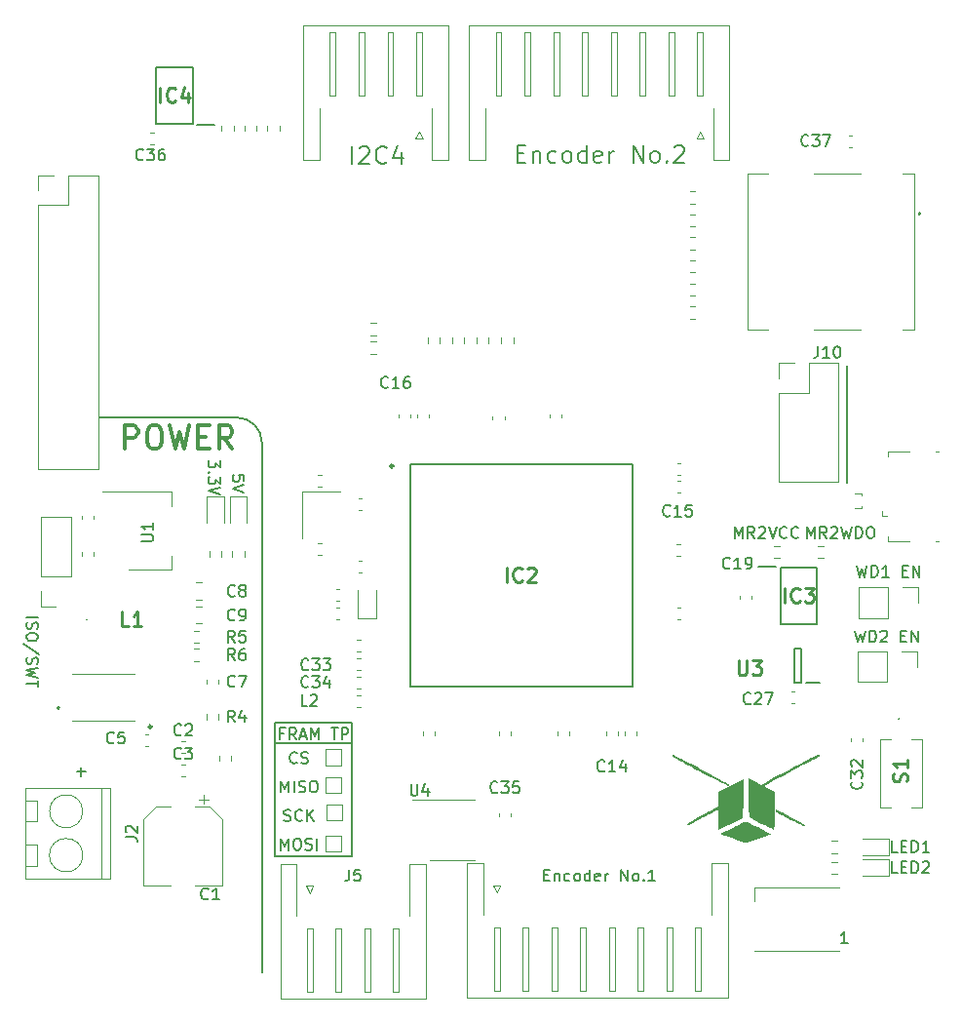
<source format=gbr>
%TF.GenerationSoftware,KiCad,Pcbnew,(6.0.0)*%
%TF.CreationDate,2022-01-20T18:10:17+07:00*%
%TF.ProjectId,CubeSat Thesis MCU V2,43756265-5361-4742-9054-686573697320,rev?*%
%TF.SameCoordinates,Original*%
%TF.FileFunction,Legend,Top*%
%TF.FilePolarity,Positive*%
%FSLAX46Y46*%
G04 Gerber Fmt 4.6, Leading zero omitted, Abs format (unit mm)*
G04 Created by KiCad (PCBNEW (6.0.0)) date 2022-01-20 18:10:17*
%MOMM*%
%LPD*%
G01*
G04 APERTURE LIST*
%ADD10C,0.150000*%
%ADD11C,0.300000*%
%ADD12C,0.200000*%
%ADD13C,0.254000*%
%ADD14C,0.120000*%
%ADD15C,0.250000*%
%ADD16C,0.100000*%
G04 APERTURE END LIST*
D10*
X96100000Y-83900000D02*
G75*
G03*
X93900000Y-81700000I-2200000J0D01*
G01*
X146900000Y-77200000D02*
X146900000Y-87400000D01*
X103900000Y-108200000D02*
X97200000Y-108200000D01*
X103900000Y-119800000D02*
X103900000Y-108200000D01*
X97200000Y-108200000D02*
X97200000Y-119800000D01*
X96100000Y-83800000D02*
X96100000Y-129900000D01*
X97200000Y-110000000D02*
X103900000Y-110000000D01*
X97200000Y-119800000D02*
X103900000Y-119800000D01*
X82010000Y-81700000D02*
X93900000Y-81700000D01*
D11*
X84180952Y-84404761D02*
X84180952Y-82404761D01*
X84942857Y-82404761D01*
X85133333Y-82500000D01*
X85228571Y-82595238D01*
X85323809Y-82785714D01*
X85323809Y-83071428D01*
X85228571Y-83261904D01*
X85133333Y-83357142D01*
X84942857Y-83452380D01*
X84180952Y-83452380D01*
X86561904Y-82404761D02*
X86942857Y-82404761D01*
X87133333Y-82500000D01*
X87323809Y-82690476D01*
X87419047Y-83071428D01*
X87419047Y-83738095D01*
X87323809Y-84119047D01*
X87133333Y-84309523D01*
X86942857Y-84404761D01*
X86561904Y-84404761D01*
X86371428Y-84309523D01*
X86180952Y-84119047D01*
X86085714Y-83738095D01*
X86085714Y-83071428D01*
X86180952Y-82690476D01*
X86371428Y-82500000D01*
X86561904Y-82404761D01*
X88085714Y-82404761D02*
X88561904Y-84404761D01*
X88942857Y-82976190D01*
X89323809Y-84404761D01*
X89800000Y-82404761D01*
X90561904Y-83357142D02*
X91228571Y-83357142D01*
X91514285Y-84404761D02*
X90561904Y-84404761D01*
X90561904Y-82404761D01*
X91514285Y-82404761D01*
X93514285Y-84404761D02*
X92847619Y-83452380D01*
X92371428Y-84404761D02*
X92371428Y-82404761D01*
X93133333Y-82404761D01*
X93323809Y-82500000D01*
X93419047Y-82595238D01*
X93514285Y-82785714D01*
X93514285Y-83071428D01*
X93419047Y-83261904D01*
X93323809Y-83357142D01*
X93133333Y-83452380D01*
X92371428Y-83452380D01*
D10*
X151305952Y-119452380D02*
X150829761Y-119452380D01*
X150829761Y-118452380D01*
X151639285Y-118928571D02*
X151972619Y-118928571D01*
X152115476Y-119452380D02*
X151639285Y-119452380D01*
X151639285Y-118452380D01*
X152115476Y-118452380D01*
X152544047Y-119452380D02*
X152544047Y-118452380D01*
X152782142Y-118452380D01*
X152925000Y-118500000D01*
X153020238Y-118595238D01*
X153067857Y-118690476D01*
X153115476Y-118880952D01*
X153115476Y-119023809D01*
X153067857Y-119214285D01*
X153020238Y-119309523D01*
X152925000Y-119404761D01*
X152782142Y-119452380D01*
X152544047Y-119452380D01*
X154067857Y-119452380D02*
X153496428Y-119452380D01*
X153782142Y-119452380D02*
X153782142Y-118452380D01*
X153686904Y-118595238D01*
X153591666Y-118690476D01*
X153496428Y-118738095D01*
D12*
X118285714Y-58792857D02*
X118785714Y-58792857D01*
X119000000Y-59578571D02*
X118285714Y-59578571D01*
X118285714Y-58078571D01*
X119000000Y-58078571D01*
X119642857Y-58578571D02*
X119642857Y-59578571D01*
X119642857Y-58721428D02*
X119714285Y-58650000D01*
X119857142Y-58578571D01*
X120071428Y-58578571D01*
X120214285Y-58650000D01*
X120285714Y-58792857D01*
X120285714Y-59578571D01*
X121642857Y-59507142D02*
X121500000Y-59578571D01*
X121214285Y-59578571D01*
X121071428Y-59507142D01*
X121000000Y-59435714D01*
X120928571Y-59292857D01*
X120928571Y-58864285D01*
X121000000Y-58721428D01*
X121071428Y-58650000D01*
X121214285Y-58578571D01*
X121500000Y-58578571D01*
X121642857Y-58650000D01*
X122500000Y-59578571D02*
X122357142Y-59507142D01*
X122285714Y-59435714D01*
X122214285Y-59292857D01*
X122214285Y-58864285D01*
X122285714Y-58721428D01*
X122357142Y-58650000D01*
X122500000Y-58578571D01*
X122714285Y-58578571D01*
X122857142Y-58650000D01*
X122928571Y-58721428D01*
X123000000Y-58864285D01*
X123000000Y-59292857D01*
X122928571Y-59435714D01*
X122857142Y-59507142D01*
X122714285Y-59578571D01*
X122500000Y-59578571D01*
X124285714Y-59578571D02*
X124285714Y-58078571D01*
X124285714Y-59507142D02*
X124142857Y-59578571D01*
X123857142Y-59578571D01*
X123714285Y-59507142D01*
X123642857Y-59435714D01*
X123571428Y-59292857D01*
X123571428Y-58864285D01*
X123642857Y-58721428D01*
X123714285Y-58650000D01*
X123857142Y-58578571D01*
X124142857Y-58578571D01*
X124285714Y-58650000D01*
X125571428Y-59507142D02*
X125428571Y-59578571D01*
X125142857Y-59578571D01*
X125000000Y-59507142D01*
X124928571Y-59364285D01*
X124928571Y-58792857D01*
X125000000Y-58650000D01*
X125142857Y-58578571D01*
X125428571Y-58578571D01*
X125571428Y-58650000D01*
X125642857Y-58792857D01*
X125642857Y-58935714D01*
X124928571Y-59078571D01*
X126285714Y-59578571D02*
X126285714Y-58578571D01*
X126285714Y-58864285D02*
X126357142Y-58721428D01*
X126428571Y-58650000D01*
X126571428Y-58578571D01*
X126714285Y-58578571D01*
X128357142Y-59578571D02*
X128357142Y-58078571D01*
X129214285Y-59578571D01*
X129214285Y-58078571D01*
X130142857Y-59578571D02*
X130000000Y-59507142D01*
X129928571Y-59435714D01*
X129857142Y-59292857D01*
X129857142Y-58864285D01*
X129928571Y-58721428D01*
X130000000Y-58650000D01*
X130142857Y-58578571D01*
X130357142Y-58578571D01*
X130500000Y-58650000D01*
X130571428Y-58721428D01*
X130642857Y-58864285D01*
X130642857Y-59292857D01*
X130571428Y-59435714D01*
X130500000Y-59507142D01*
X130357142Y-59578571D01*
X130142857Y-59578571D01*
X131285714Y-59435714D02*
X131357142Y-59507142D01*
X131285714Y-59578571D01*
X131214285Y-59507142D01*
X131285714Y-59435714D01*
X131285714Y-59578571D01*
X131928571Y-58221428D02*
X132000000Y-58150000D01*
X132142857Y-58078571D01*
X132500000Y-58078571D01*
X132642857Y-58150000D01*
X132714285Y-58221428D01*
X132785714Y-58364285D01*
X132785714Y-58507142D01*
X132714285Y-58721428D01*
X131857142Y-59578571D01*
X132785714Y-59578571D01*
D10*
X97980952Y-109128571D02*
X97647619Y-109128571D01*
X97647619Y-109652380D02*
X97647619Y-108652380D01*
X98123809Y-108652380D01*
X99076190Y-109652380D02*
X98742857Y-109176190D01*
X98504761Y-109652380D02*
X98504761Y-108652380D01*
X98885714Y-108652380D01*
X98980952Y-108700000D01*
X99028571Y-108747619D01*
X99076190Y-108842857D01*
X99076190Y-108985714D01*
X99028571Y-109080952D01*
X98980952Y-109128571D01*
X98885714Y-109176190D01*
X98504761Y-109176190D01*
X99457142Y-109366666D02*
X99933333Y-109366666D01*
X99361904Y-109652380D02*
X99695238Y-108652380D01*
X100028571Y-109652380D01*
X100361904Y-109652380D02*
X100361904Y-108652380D01*
X100695238Y-109366666D01*
X101028571Y-108652380D01*
X101028571Y-109652380D01*
X102123809Y-108652380D02*
X102695238Y-108652380D01*
X102409523Y-109652380D02*
X102409523Y-108652380D01*
X103028571Y-109652380D02*
X103028571Y-108652380D01*
X103409523Y-108652380D01*
X103504761Y-108700000D01*
X103552380Y-108747619D01*
X103600000Y-108842857D01*
X103600000Y-108985714D01*
X103552380Y-109080952D01*
X103504761Y-109128571D01*
X103409523Y-109176190D01*
X103028571Y-109176190D01*
D12*
X103921428Y-59678571D02*
X103921428Y-58178571D01*
X104564285Y-58321428D02*
X104635714Y-58250000D01*
X104778571Y-58178571D01*
X105135714Y-58178571D01*
X105278571Y-58250000D01*
X105350000Y-58321428D01*
X105421428Y-58464285D01*
X105421428Y-58607142D01*
X105350000Y-58821428D01*
X104492857Y-59678571D01*
X105421428Y-59678571D01*
X106921428Y-59535714D02*
X106850000Y-59607142D01*
X106635714Y-59678571D01*
X106492857Y-59678571D01*
X106278571Y-59607142D01*
X106135714Y-59464285D01*
X106064285Y-59321428D01*
X105992857Y-59035714D01*
X105992857Y-58821428D01*
X106064285Y-58535714D01*
X106135714Y-58392857D01*
X106278571Y-58250000D01*
X106492857Y-58178571D01*
X106635714Y-58178571D01*
X106850000Y-58250000D01*
X106921428Y-58321428D01*
X108207142Y-58678571D02*
X108207142Y-59678571D01*
X107850000Y-58107142D02*
X107492857Y-59178571D01*
X108421428Y-59178571D01*
D10*
X97728571Y-119252380D02*
X97728571Y-118252380D01*
X98061904Y-118966666D01*
X98395238Y-118252380D01*
X98395238Y-119252380D01*
X99061904Y-118252380D02*
X99252380Y-118252380D01*
X99347619Y-118300000D01*
X99442857Y-118395238D01*
X99490476Y-118585714D01*
X99490476Y-118919047D01*
X99442857Y-119109523D01*
X99347619Y-119204761D01*
X99252380Y-119252380D01*
X99061904Y-119252380D01*
X98966666Y-119204761D01*
X98871428Y-119109523D01*
X98823809Y-118919047D01*
X98823809Y-118585714D01*
X98871428Y-118395238D01*
X98966666Y-118300000D01*
X99061904Y-118252380D01*
X99871428Y-119204761D02*
X100014285Y-119252380D01*
X100252380Y-119252380D01*
X100347619Y-119204761D01*
X100395238Y-119157142D01*
X100442857Y-119061904D01*
X100442857Y-118966666D01*
X100395238Y-118871428D01*
X100347619Y-118823809D01*
X100252380Y-118776190D01*
X100061904Y-118728571D01*
X99966666Y-118680952D01*
X99919047Y-118633333D01*
X99871428Y-118538095D01*
X99871428Y-118442857D01*
X99919047Y-118347619D01*
X99966666Y-118300000D01*
X100061904Y-118252380D01*
X100300000Y-118252380D01*
X100442857Y-118300000D01*
X100871428Y-119252380D02*
X100871428Y-118252380D01*
X97728571Y-114252380D02*
X97728571Y-113252380D01*
X98061904Y-113966666D01*
X98395238Y-113252380D01*
X98395238Y-114252380D01*
X98871428Y-114252380D02*
X98871428Y-113252380D01*
X99300000Y-114204761D02*
X99442857Y-114252380D01*
X99680952Y-114252380D01*
X99776190Y-114204761D01*
X99823809Y-114157142D01*
X99871428Y-114061904D01*
X99871428Y-113966666D01*
X99823809Y-113871428D01*
X99776190Y-113823809D01*
X99680952Y-113776190D01*
X99490476Y-113728571D01*
X99395238Y-113680952D01*
X99347619Y-113633333D01*
X99300000Y-113538095D01*
X99300000Y-113442857D01*
X99347619Y-113347619D01*
X99395238Y-113300000D01*
X99490476Y-113252380D01*
X99728571Y-113252380D01*
X99871428Y-113300000D01*
X100490476Y-113252380D02*
X100680952Y-113252380D01*
X100776190Y-113300000D01*
X100871428Y-113395238D01*
X100919047Y-113585714D01*
X100919047Y-113919047D01*
X100871428Y-114109523D01*
X100776190Y-114204761D01*
X100680952Y-114252380D01*
X100490476Y-114252380D01*
X100395238Y-114204761D01*
X100300000Y-114109523D01*
X100252380Y-113919047D01*
X100252380Y-113585714D01*
X100300000Y-113395238D01*
X100395238Y-113300000D01*
X100490476Y-113252380D01*
X75647619Y-99047619D02*
X76647619Y-99047619D01*
X75695238Y-99476190D02*
X75647619Y-99619047D01*
X75647619Y-99857142D01*
X75695238Y-99952380D01*
X75742857Y-100000000D01*
X75838095Y-100047619D01*
X75933333Y-100047619D01*
X76028571Y-100000000D01*
X76076190Y-99952380D01*
X76123809Y-99857142D01*
X76171428Y-99666666D01*
X76219047Y-99571428D01*
X76266666Y-99523809D01*
X76361904Y-99476190D01*
X76457142Y-99476190D01*
X76552380Y-99523809D01*
X76600000Y-99571428D01*
X76647619Y-99666666D01*
X76647619Y-99904761D01*
X76600000Y-100047619D01*
X76647619Y-100666666D02*
X76647619Y-100857142D01*
X76600000Y-100952380D01*
X76504761Y-101047619D01*
X76314285Y-101095238D01*
X75980952Y-101095238D01*
X75790476Y-101047619D01*
X75695238Y-100952380D01*
X75647619Y-100857142D01*
X75647619Y-100666666D01*
X75695238Y-100571428D01*
X75790476Y-100476190D01*
X75980952Y-100428571D01*
X76314285Y-100428571D01*
X76504761Y-100476190D01*
X76600000Y-100571428D01*
X76647619Y-100666666D01*
X76695238Y-102238095D02*
X75409523Y-101380952D01*
X75695238Y-102523809D02*
X75647619Y-102666666D01*
X75647619Y-102904761D01*
X75695238Y-103000000D01*
X75742857Y-103047619D01*
X75838095Y-103095238D01*
X75933333Y-103095238D01*
X76028571Y-103047619D01*
X76076190Y-103000000D01*
X76123809Y-102904761D01*
X76171428Y-102714285D01*
X76219047Y-102619047D01*
X76266666Y-102571428D01*
X76361904Y-102523809D01*
X76457142Y-102523809D01*
X76552380Y-102571428D01*
X76600000Y-102619047D01*
X76647619Y-102714285D01*
X76647619Y-102952380D01*
X76600000Y-103095238D01*
X76647619Y-103428571D02*
X75647619Y-103666666D01*
X76361904Y-103857142D01*
X75647619Y-104047619D01*
X76647619Y-104285714D01*
X76647619Y-104523809D02*
X76647619Y-105095238D01*
X75647619Y-104809523D02*
X76647619Y-104809523D01*
X80019047Y-112471428D02*
X80780952Y-112471428D01*
X80400000Y-112852380D02*
X80400000Y-112090476D01*
D12*
X147788095Y-94552380D02*
X148026190Y-95552380D01*
X148216666Y-94838095D01*
X148407142Y-95552380D01*
X148645238Y-94552380D01*
X149026190Y-95552380D02*
X149026190Y-94552380D01*
X149264285Y-94552380D01*
X149407142Y-94600000D01*
X149502380Y-94695238D01*
X149550000Y-94790476D01*
X149597619Y-94980952D01*
X149597619Y-95123809D01*
X149550000Y-95314285D01*
X149502380Y-95409523D01*
X149407142Y-95504761D01*
X149264285Y-95552380D01*
X149026190Y-95552380D01*
X150550000Y-95552380D02*
X149978571Y-95552380D01*
X150264285Y-95552380D02*
X150264285Y-94552380D01*
X150169047Y-94695238D01*
X150073809Y-94790476D01*
X149978571Y-94838095D01*
X151740476Y-95028571D02*
X152073809Y-95028571D01*
X152216666Y-95552380D02*
X151740476Y-95552380D01*
X151740476Y-94552380D01*
X152216666Y-94552380D01*
X152645238Y-95552380D02*
X152645238Y-94552380D01*
X153216666Y-95552380D01*
X153216666Y-94552380D01*
D10*
X120590476Y-121428571D02*
X120923809Y-121428571D01*
X121066666Y-121952380D02*
X120590476Y-121952380D01*
X120590476Y-120952380D01*
X121066666Y-120952380D01*
X121495238Y-121285714D02*
X121495238Y-121952380D01*
X121495238Y-121380952D02*
X121542857Y-121333333D01*
X121638095Y-121285714D01*
X121780952Y-121285714D01*
X121876190Y-121333333D01*
X121923809Y-121428571D01*
X121923809Y-121952380D01*
X122828571Y-121904761D02*
X122733333Y-121952380D01*
X122542857Y-121952380D01*
X122447619Y-121904761D01*
X122400000Y-121857142D01*
X122352380Y-121761904D01*
X122352380Y-121476190D01*
X122400000Y-121380952D01*
X122447619Y-121333333D01*
X122542857Y-121285714D01*
X122733333Y-121285714D01*
X122828571Y-121333333D01*
X123400000Y-121952380D02*
X123304761Y-121904761D01*
X123257142Y-121857142D01*
X123209523Y-121761904D01*
X123209523Y-121476190D01*
X123257142Y-121380952D01*
X123304761Y-121333333D01*
X123400000Y-121285714D01*
X123542857Y-121285714D01*
X123638095Y-121333333D01*
X123685714Y-121380952D01*
X123733333Y-121476190D01*
X123733333Y-121761904D01*
X123685714Y-121857142D01*
X123638095Y-121904761D01*
X123542857Y-121952380D01*
X123400000Y-121952380D01*
X124590476Y-121952380D02*
X124590476Y-120952380D01*
X124590476Y-121904761D02*
X124495238Y-121952380D01*
X124304761Y-121952380D01*
X124209523Y-121904761D01*
X124161904Y-121857142D01*
X124114285Y-121761904D01*
X124114285Y-121476190D01*
X124161904Y-121380952D01*
X124209523Y-121333333D01*
X124304761Y-121285714D01*
X124495238Y-121285714D01*
X124590476Y-121333333D01*
X125447619Y-121904761D02*
X125352380Y-121952380D01*
X125161904Y-121952380D01*
X125066666Y-121904761D01*
X125019047Y-121809523D01*
X125019047Y-121428571D01*
X125066666Y-121333333D01*
X125161904Y-121285714D01*
X125352380Y-121285714D01*
X125447619Y-121333333D01*
X125495238Y-121428571D01*
X125495238Y-121523809D01*
X125019047Y-121619047D01*
X125923809Y-121952380D02*
X125923809Y-121285714D01*
X125923809Y-121476190D02*
X125971428Y-121380952D01*
X126019047Y-121333333D01*
X126114285Y-121285714D01*
X126209523Y-121285714D01*
X127304761Y-121952380D02*
X127304761Y-120952380D01*
X127876190Y-121952380D01*
X127876190Y-120952380D01*
X128495238Y-121952380D02*
X128400000Y-121904761D01*
X128352380Y-121857142D01*
X128304761Y-121761904D01*
X128304761Y-121476190D01*
X128352380Y-121380952D01*
X128400000Y-121333333D01*
X128495238Y-121285714D01*
X128638095Y-121285714D01*
X128733333Y-121333333D01*
X128780952Y-121380952D01*
X128828571Y-121476190D01*
X128828571Y-121761904D01*
X128780952Y-121857142D01*
X128733333Y-121904761D01*
X128638095Y-121952380D01*
X128495238Y-121952380D01*
X129257142Y-121857142D02*
X129304761Y-121904761D01*
X129257142Y-121952380D01*
X129209523Y-121904761D01*
X129257142Y-121857142D01*
X129257142Y-121952380D01*
X130257142Y-121952380D02*
X129685714Y-121952380D01*
X129971428Y-121952380D02*
X129971428Y-120952380D01*
X129876190Y-121095238D01*
X129780952Y-121190476D01*
X129685714Y-121238095D01*
X151305952Y-121252380D02*
X150829761Y-121252380D01*
X150829761Y-120252380D01*
X151639285Y-120728571D02*
X151972619Y-120728571D01*
X152115476Y-121252380D02*
X151639285Y-121252380D01*
X151639285Y-120252380D01*
X152115476Y-120252380D01*
X152544047Y-121252380D02*
X152544047Y-120252380D01*
X152782142Y-120252380D01*
X152925000Y-120300000D01*
X153020238Y-120395238D01*
X153067857Y-120490476D01*
X153115476Y-120680952D01*
X153115476Y-120823809D01*
X153067857Y-121014285D01*
X153020238Y-121109523D01*
X152925000Y-121204761D01*
X152782142Y-121252380D01*
X152544047Y-121252380D01*
X153496428Y-120347619D02*
X153544047Y-120300000D01*
X153639285Y-120252380D01*
X153877380Y-120252380D01*
X153972619Y-120300000D01*
X154020238Y-120347619D01*
X154067857Y-120442857D01*
X154067857Y-120538095D01*
X154020238Y-120680952D01*
X153448809Y-121252380D01*
X154067857Y-121252380D01*
D12*
X147638095Y-100202380D02*
X147876190Y-101202380D01*
X148066666Y-100488095D01*
X148257142Y-101202380D01*
X148495238Y-100202380D01*
X148876190Y-101202380D02*
X148876190Y-100202380D01*
X149114285Y-100202380D01*
X149257142Y-100250000D01*
X149352380Y-100345238D01*
X149400000Y-100440476D01*
X149447619Y-100630952D01*
X149447619Y-100773809D01*
X149400000Y-100964285D01*
X149352380Y-101059523D01*
X149257142Y-101154761D01*
X149114285Y-101202380D01*
X148876190Y-101202380D01*
X149828571Y-100297619D02*
X149876190Y-100250000D01*
X149971428Y-100202380D01*
X150209523Y-100202380D01*
X150304761Y-100250000D01*
X150352380Y-100297619D01*
X150400000Y-100392857D01*
X150400000Y-100488095D01*
X150352380Y-100630952D01*
X149780952Y-101202380D01*
X150400000Y-101202380D01*
X151590476Y-100678571D02*
X151923809Y-100678571D01*
X152066666Y-101202380D02*
X151590476Y-101202380D01*
X151590476Y-100202380D01*
X152066666Y-100202380D01*
X152495238Y-101202380D02*
X152495238Y-100202380D01*
X153066666Y-101202380D01*
X153066666Y-100202380D01*
D10*
X98014285Y-116704761D02*
X98157142Y-116752380D01*
X98395238Y-116752380D01*
X98490476Y-116704761D01*
X98538095Y-116657142D01*
X98585714Y-116561904D01*
X98585714Y-116466666D01*
X98538095Y-116371428D01*
X98490476Y-116323809D01*
X98395238Y-116276190D01*
X98204761Y-116228571D01*
X98109523Y-116180952D01*
X98061904Y-116133333D01*
X98014285Y-116038095D01*
X98014285Y-115942857D01*
X98061904Y-115847619D01*
X98109523Y-115800000D01*
X98204761Y-115752380D01*
X98442857Y-115752380D01*
X98585714Y-115800000D01*
X99585714Y-116657142D02*
X99538095Y-116704761D01*
X99395238Y-116752380D01*
X99300000Y-116752380D01*
X99157142Y-116704761D01*
X99061904Y-116609523D01*
X99014285Y-116514285D01*
X98966666Y-116323809D01*
X98966666Y-116180952D01*
X99014285Y-115990476D01*
X99061904Y-115895238D01*
X99157142Y-115800000D01*
X99300000Y-115752380D01*
X99395238Y-115752380D01*
X99538095Y-115800000D01*
X99585714Y-115847619D01*
X100014285Y-116752380D02*
X100014285Y-115752380D01*
X100585714Y-116752380D02*
X100157142Y-116180952D01*
X100585714Y-115752380D02*
X100014285Y-116323809D01*
X99133333Y-111657142D02*
X99085714Y-111704761D01*
X98942857Y-111752380D01*
X98847619Y-111752380D01*
X98704761Y-111704761D01*
X98609523Y-111609523D01*
X98561904Y-111514285D01*
X98514285Y-111323809D01*
X98514285Y-111180952D01*
X98561904Y-110990476D01*
X98609523Y-110895238D01*
X98704761Y-110800000D01*
X98847619Y-110752380D01*
X98942857Y-110752380D01*
X99085714Y-110800000D01*
X99133333Y-110847619D01*
X99514285Y-111704761D02*
X99657142Y-111752380D01*
X99895238Y-111752380D01*
X99990476Y-111704761D01*
X100038095Y-111657142D01*
X100085714Y-111561904D01*
X100085714Y-111466666D01*
X100038095Y-111371428D01*
X99990476Y-111323809D01*
X99895238Y-111276190D01*
X99704761Y-111228571D01*
X99609523Y-111180952D01*
X99561904Y-111133333D01*
X99514285Y-111038095D01*
X99514285Y-110942857D01*
X99561904Y-110847619D01*
X99609523Y-110800000D01*
X99704761Y-110752380D01*
X99942857Y-110752380D01*
X100085714Y-110800000D01*
X94547619Y-87209523D02*
X94547619Y-86733333D01*
X94071428Y-86685714D01*
X94119047Y-86733333D01*
X94166666Y-86828571D01*
X94166666Y-87066666D01*
X94119047Y-87161904D01*
X94071428Y-87209523D01*
X93976190Y-87257142D01*
X93738095Y-87257142D01*
X93642857Y-87209523D01*
X93595238Y-87161904D01*
X93547619Y-87066666D01*
X93547619Y-86828571D01*
X93595238Y-86733333D01*
X93642857Y-86685714D01*
X94547619Y-87542857D02*
X93547619Y-87876190D01*
X94547619Y-88209523D01*
X143445238Y-92202380D02*
X143445238Y-91202380D01*
X143778571Y-91916666D01*
X144111904Y-91202380D01*
X144111904Y-92202380D01*
X145159523Y-92202380D02*
X144826190Y-91726190D01*
X144588095Y-92202380D02*
X144588095Y-91202380D01*
X144969047Y-91202380D01*
X145064285Y-91250000D01*
X145111904Y-91297619D01*
X145159523Y-91392857D01*
X145159523Y-91535714D01*
X145111904Y-91630952D01*
X145064285Y-91678571D01*
X144969047Y-91726190D01*
X144588095Y-91726190D01*
X145540476Y-91297619D02*
X145588095Y-91250000D01*
X145683333Y-91202380D01*
X145921428Y-91202380D01*
X146016666Y-91250000D01*
X146064285Y-91297619D01*
X146111904Y-91392857D01*
X146111904Y-91488095D01*
X146064285Y-91630952D01*
X145492857Y-92202380D01*
X146111904Y-92202380D01*
X146445238Y-91202380D02*
X146683333Y-92202380D01*
X146873809Y-91488095D01*
X147064285Y-92202380D01*
X147302380Y-91202380D01*
X147683333Y-92202380D02*
X147683333Y-91202380D01*
X147921428Y-91202380D01*
X148064285Y-91250000D01*
X148159523Y-91345238D01*
X148207142Y-91440476D01*
X148254761Y-91630952D01*
X148254761Y-91773809D01*
X148207142Y-91964285D01*
X148159523Y-92059523D01*
X148064285Y-92154761D01*
X147921428Y-92202380D01*
X147683333Y-92202380D01*
X148873809Y-91202380D02*
X149064285Y-91202380D01*
X149159523Y-91250000D01*
X149254761Y-91345238D01*
X149302380Y-91535714D01*
X149302380Y-91869047D01*
X149254761Y-92059523D01*
X149159523Y-92154761D01*
X149064285Y-92202380D01*
X148873809Y-92202380D01*
X148778571Y-92154761D01*
X148683333Y-92059523D01*
X148635714Y-91869047D01*
X148635714Y-91535714D01*
X148683333Y-91345238D01*
X148778571Y-91250000D01*
X148873809Y-91202380D01*
X137161904Y-92202380D02*
X137161904Y-91202380D01*
X137495238Y-91916666D01*
X137828571Y-91202380D01*
X137828571Y-92202380D01*
X138876190Y-92202380D02*
X138542857Y-91726190D01*
X138304761Y-92202380D02*
X138304761Y-91202380D01*
X138685714Y-91202380D01*
X138780952Y-91250000D01*
X138828571Y-91297619D01*
X138876190Y-91392857D01*
X138876190Y-91535714D01*
X138828571Y-91630952D01*
X138780952Y-91678571D01*
X138685714Y-91726190D01*
X138304761Y-91726190D01*
X139257142Y-91297619D02*
X139304761Y-91250000D01*
X139400000Y-91202380D01*
X139638095Y-91202380D01*
X139733333Y-91250000D01*
X139780952Y-91297619D01*
X139828571Y-91392857D01*
X139828571Y-91488095D01*
X139780952Y-91630952D01*
X139209523Y-92202380D01*
X139828571Y-92202380D01*
X140114285Y-91202380D02*
X140447619Y-92202380D01*
X140780952Y-91202380D01*
X141685714Y-92107142D02*
X141638095Y-92154761D01*
X141495238Y-92202380D01*
X141400000Y-92202380D01*
X141257142Y-92154761D01*
X141161904Y-92059523D01*
X141114285Y-91964285D01*
X141066666Y-91773809D01*
X141066666Y-91630952D01*
X141114285Y-91440476D01*
X141161904Y-91345238D01*
X141257142Y-91250000D01*
X141400000Y-91202380D01*
X141495238Y-91202380D01*
X141638095Y-91250000D01*
X141685714Y-91297619D01*
X142685714Y-92107142D02*
X142638095Y-92154761D01*
X142495238Y-92202380D01*
X142400000Y-92202380D01*
X142257142Y-92154761D01*
X142161904Y-92059523D01*
X142114285Y-91964285D01*
X142066666Y-91773809D01*
X142066666Y-91630952D01*
X142114285Y-91440476D01*
X142161904Y-91345238D01*
X142257142Y-91250000D01*
X142400000Y-91202380D01*
X142495238Y-91202380D01*
X142638095Y-91250000D01*
X142685714Y-91297619D01*
X92447619Y-85423809D02*
X92447619Y-86042857D01*
X92066666Y-85709523D01*
X92066666Y-85852380D01*
X92019047Y-85947619D01*
X91971428Y-85995238D01*
X91876190Y-86042857D01*
X91638095Y-86042857D01*
X91542857Y-85995238D01*
X91495238Y-85947619D01*
X91447619Y-85852380D01*
X91447619Y-85566666D01*
X91495238Y-85471428D01*
X91542857Y-85423809D01*
X91542857Y-86471428D02*
X91495238Y-86519047D01*
X91447619Y-86471428D01*
X91495238Y-86423809D01*
X91542857Y-86471428D01*
X91447619Y-86471428D01*
X92447619Y-86852380D02*
X92447619Y-87471428D01*
X92066666Y-87138095D01*
X92066666Y-87280952D01*
X92019047Y-87376190D01*
X91971428Y-87423809D01*
X91876190Y-87471428D01*
X91638095Y-87471428D01*
X91542857Y-87423809D01*
X91495238Y-87376190D01*
X91447619Y-87280952D01*
X91447619Y-86995238D01*
X91495238Y-86900000D01*
X91542857Y-86852380D01*
X92447619Y-87757142D02*
X91447619Y-88090476D01*
X92447619Y-88423809D01*
D13*
%TO.C,U3*%
X137482380Y-102804523D02*
X137482380Y-103832619D01*
X137542857Y-103953571D01*
X137603333Y-104014047D01*
X137724285Y-104074523D01*
X137966190Y-104074523D01*
X138087142Y-104014047D01*
X138147619Y-103953571D01*
X138208095Y-103832619D01*
X138208095Y-102804523D01*
X138691904Y-102804523D02*
X139478095Y-102804523D01*
X139054761Y-103288333D01*
X139236190Y-103288333D01*
X139357142Y-103348809D01*
X139417619Y-103409285D01*
X139478095Y-103530238D01*
X139478095Y-103832619D01*
X139417619Y-103953571D01*
X139357142Y-104014047D01*
X139236190Y-104074523D01*
X138873333Y-104074523D01*
X138752380Y-104014047D01*
X138691904Y-103953571D01*
D10*
%TO.C,C7*%
X93733333Y-105007142D02*
X93685714Y-105054761D01*
X93542857Y-105102380D01*
X93447619Y-105102380D01*
X93304761Y-105054761D01*
X93209523Y-104959523D01*
X93161904Y-104864285D01*
X93114285Y-104673809D01*
X93114285Y-104530952D01*
X93161904Y-104340476D01*
X93209523Y-104245238D01*
X93304761Y-104150000D01*
X93447619Y-104102380D01*
X93542857Y-104102380D01*
X93685714Y-104150000D01*
X93733333Y-104197619D01*
X94066666Y-104102380D02*
X94733333Y-104102380D01*
X94304761Y-105102380D01*
D13*
%TO.C,IC2*%
X117360238Y-95999523D02*
X117360238Y-94729523D01*
X118690714Y-95878571D02*
X118630238Y-95939047D01*
X118448809Y-95999523D01*
X118327857Y-95999523D01*
X118146428Y-95939047D01*
X118025476Y-95818095D01*
X117965000Y-95697142D01*
X117904523Y-95455238D01*
X117904523Y-95273809D01*
X117965000Y-95031904D01*
X118025476Y-94910952D01*
X118146428Y-94790000D01*
X118327857Y-94729523D01*
X118448809Y-94729523D01*
X118630238Y-94790000D01*
X118690714Y-94850476D01*
X119174523Y-94850476D02*
X119235000Y-94790000D01*
X119355952Y-94729523D01*
X119658333Y-94729523D01*
X119779285Y-94790000D01*
X119839761Y-94850476D01*
X119900238Y-94971428D01*
X119900238Y-95092380D01*
X119839761Y-95273809D01*
X119114047Y-95999523D01*
X119900238Y-95999523D01*
D10*
%TO.C,U4*%
X109043095Y-113527380D02*
X109043095Y-114336904D01*
X109090714Y-114432142D01*
X109138333Y-114479761D01*
X109233571Y-114527380D01*
X109424047Y-114527380D01*
X109519285Y-114479761D01*
X109566904Y-114432142D01*
X109614523Y-114336904D01*
X109614523Y-113527380D01*
X110519285Y-113860714D02*
X110519285Y-114527380D01*
X110281190Y-113479761D02*
X110043095Y-114194047D01*
X110662142Y-114194047D01*
%TO.C,C1*%
X91433333Y-123457142D02*
X91385714Y-123504761D01*
X91242857Y-123552380D01*
X91147619Y-123552380D01*
X91004761Y-123504761D01*
X90909523Y-123409523D01*
X90861904Y-123314285D01*
X90814285Y-123123809D01*
X90814285Y-122980952D01*
X90861904Y-122790476D01*
X90909523Y-122695238D01*
X91004761Y-122600000D01*
X91147619Y-122552380D01*
X91242857Y-122552380D01*
X91385714Y-122600000D01*
X91433333Y-122647619D01*
X92385714Y-123552380D02*
X91814285Y-123552380D01*
X92100000Y-123552380D02*
X92100000Y-122552380D01*
X92004761Y-122695238D01*
X91909523Y-122790476D01*
X91814285Y-122838095D01*
%TO.C,C32*%
X148157142Y-113342857D02*
X148204761Y-113390476D01*
X148252380Y-113533333D01*
X148252380Y-113628571D01*
X148204761Y-113771428D01*
X148109523Y-113866666D01*
X148014285Y-113914285D01*
X147823809Y-113961904D01*
X147680952Y-113961904D01*
X147490476Y-113914285D01*
X147395238Y-113866666D01*
X147300000Y-113771428D01*
X147252380Y-113628571D01*
X147252380Y-113533333D01*
X147300000Y-113390476D01*
X147347619Y-113342857D01*
X147252380Y-113009523D02*
X147252380Y-112390476D01*
X147633333Y-112723809D01*
X147633333Y-112580952D01*
X147680952Y-112485714D01*
X147728571Y-112438095D01*
X147823809Y-112390476D01*
X148061904Y-112390476D01*
X148157142Y-112438095D01*
X148204761Y-112485714D01*
X148252380Y-112580952D01*
X148252380Y-112866666D01*
X148204761Y-112961904D01*
X148157142Y-113009523D01*
X147347619Y-112009523D02*
X147300000Y-111961904D01*
X147252380Y-111866666D01*
X147252380Y-111628571D01*
X147300000Y-111533333D01*
X147347619Y-111485714D01*
X147442857Y-111438095D01*
X147538095Y-111438095D01*
X147680952Y-111485714D01*
X148252380Y-112057142D01*
X148252380Y-111438095D01*
%TO.C,L2*%
X100036904Y-106752380D02*
X99560713Y-106752380D01*
X99560713Y-105752380D01*
X100322618Y-105847619D02*
X100370237Y-105800000D01*
X100465475Y-105752380D01*
X100703571Y-105752380D01*
X100798809Y-105800000D01*
X100846428Y-105847619D01*
X100894047Y-105942857D01*
X100894047Y-106038095D01*
X100846428Y-106180952D01*
X100274999Y-106752380D01*
X100894047Y-106752380D01*
%TO.C,C8*%
X93733333Y-97157142D02*
X93685714Y-97204761D01*
X93542857Y-97252380D01*
X93447619Y-97252380D01*
X93304761Y-97204761D01*
X93209523Y-97109523D01*
X93161904Y-97014285D01*
X93114285Y-96823809D01*
X93114285Y-96680952D01*
X93161904Y-96490476D01*
X93209523Y-96395238D01*
X93304761Y-96300000D01*
X93447619Y-96252380D01*
X93542857Y-96252380D01*
X93685714Y-96300000D01*
X93733333Y-96347619D01*
X94304761Y-96680952D02*
X94209523Y-96633333D01*
X94161904Y-96585714D01*
X94114285Y-96490476D01*
X94114285Y-96442857D01*
X94161904Y-96347619D01*
X94209523Y-96300000D01*
X94304761Y-96252380D01*
X94495238Y-96252380D01*
X94590476Y-96300000D01*
X94638095Y-96347619D01*
X94685714Y-96442857D01*
X94685714Y-96490476D01*
X94638095Y-96585714D01*
X94590476Y-96633333D01*
X94495238Y-96680952D01*
X94304761Y-96680952D01*
X94209523Y-96728571D01*
X94161904Y-96776190D01*
X94114285Y-96871428D01*
X94114285Y-97061904D01*
X94161904Y-97157142D01*
X94209523Y-97204761D01*
X94304761Y-97252380D01*
X94495238Y-97252380D01*
X94590476Y-97204761D01*
X94638095Y-97157142D01*
X94685714Y-97061904D01*
X94685714Y-96871428D01*
X94638095Y-96776190D01*
X94590476Y-96728571D01*
X94495238Y-96680952D01*
%TO.C,C3*%
X89083333Y-111277142D02*
X89035714Y-111324761D01*
X88892857Y-111372380D01*
X88797619Y-111372380D01*
X88654761Y-111324761D01*
X88559523Y-111229523D01*
X88511904Y-111134285D01*
X88464285Y-110943809D01*
X88464285Y-110800952D01*
X88511904Y-110610476D01*
X88559523Y-110515238D01*
X88654761Y-110420000D01*
X88797619Y-110372380D01*
X88892857Y-110372380D01*
X89035714Y-110420000D01*
X89083333Y-110467619D01*
X89416666Y-110372380D02*
X90035714Y-110372380D01*
X89702380Y-110753333D01*
X89845238Y-110753333D01*
X89940476Y-110800952D01*
X89988095Y-110848571D01*
X90035714Y-110943809D01*
X90035714Y-111181904D01*
X89988095Y-111277142D01*
X89940476Y-111324761D01*
X89845238Y-111372380D01*
X89559523Y-111372380D01*
X89464285Y-111324761D01*
X89416666Y-111277142D01*
%TO.C,C16*%
X107057142Y-79057142D02*
X107009523Y-79104761D01*
X106866666Y-79152380D01*
X106771428Y-79152380D01*
X106628571Y-79104761D01*
X106533333Y-79009523D01*
X106485714Y-78914285D01*
X106438095Y-78723809D01*
X106438095Y-78580952D01*
X106485714Y-78390476D01*
X106533333Y-78295238D01*
X106628571Y-78200000D01*
X106771428Y-78152380D01*
X106866666Y-78152380D01*
X107009523Y-78200000D01*
X107057142Y-78247619D01*
X108009523Y-79152380D02*
X107438095Y-79152380D01*
X107723809Y-79152380D02*
X107723809Y-78152380D01*
X107628571Y-78295238D01*
X107533333Y-78390476D01*
X107438095Y-78438095D01*
X108866666Y-78152380D02*
X108676190Y-78152380D01*
X108580952Y-78200000D01*
X108533333Y-78247619D01*
X108438095Y-78390476D01*
X108390476Y-78580952D01*
X108390476Y-78961904D01*
X108438095Y-79057142D01*
X108485714Y-79104761D01*
X108580952Y-79152380D01*
X108771428Y-79152380D01*
X108866666Y-79104761D01*
X108914285Y-79057142D01*
X108961904Y-78961904D01*
X108961904Y-78723809D01*
X108914285Y-78628571D01*
X108866666Y-78580952D01*
X108771428Y-78533333D01*
X108580952Y-78533333D01*
X108485714Y-78580952D01*
X108438095Y-78628571D01*
X108390476Y-78723809D01*
%TO.C,C27*%
X138557142Y-106507142D02*
X138509523Y-106554761D01*
X138366666Y-106602380D01*
X138271428Y-106602380D01*
X138128571Y-106554761D01*
X138033333Y-106459523D01*
X137985714Y-106364285D01*
X137938095Y-106173809D01*
X137938095Y-106030952D01*
X137985714Y-105840476D01*
X138033333Y-105745238D01*
X138128571Y-105650000D01*
X138271428Y-105602380D01*
X138366666Y-105602380D01*
X138509523Y-105650000D01*
X138557142Y-105697619D01*
X138938095Y-105697619D02*
X138985714Y-105650000D01*
X139080952Y-105602380D01*
X139319047Y-105602380D01*
X139414285Y-105650000D01*
X139461904Y-105697619D01*
X139509523Y-105792857D01*
X139509523Y-105888095D01*
X139461904Y-106030952D01*
X138890476Y-106602380D01*
X139509523Y-106602380D01*
X139842857Y-105602380D02*
X140509523Y-105602380D01*
X140080952Y-106602380D01*
%TO.C,C36*%
X85782142Y-59282142D02*
X85734523Y-59329761D01*
X85591666Y-59377380D01*
X85496428Y-59377380D01*
X85353571Y-59329761D01*
X85258333Y-59234523D01*
X85210714Y-59139285D01*
X85163095Y-58948809D01*
X85163095Y-58805952D01*
X85210714Y-58615476D01*
X85258333Y-58520238D01*
X85353571Y-58425000D01*
X85496428Y-58377380D01*
X85591666Y-58377380D01*
X85734523Y-58425000D01*
X85782142Y-58472619D01*
X86115476Y-58377380D02*
X86734523Y-58377380D01*
X86401190Y-58758333D01*
X86544047Y-58758333D01*
X86639285Y-58805952D01*
X86686904Y-58853571D01*
X86734523Y-58948809D01*
X86734523Y-59186904D01*
X86686904Y-59282142D01*
X86639285Y-59329761D01*
X86544047Y-59377380D01*
X86258333Y-59377380D01*
X86163095Y-59329761D01*
X86115476Y-59282142D01*
X87591666Y-58377380D02*
X87401190Y-58377380D01*
X87305952Y-58425000D01*
X87258333Y-58472619D01*
X87163095Y-58615476D01*
X87115476Y-58805952D01*
X87115476Y-59186904D01*
X87163095Y-59282142D01*
X87210714Y-59329761D01*
X87305952Y-59377380D01*
X87496428Y-59377380D01*
X87591666Y-59329761D01*
X87639285Y-59282142D01*
X87686904Y-59186904D01*
X87686904Y-58948809D01*
X87639285Y-58853571D01*
X87591666Y-58805952D01*
X87496428Y-58758333D01*
X87305952Y-58758333D01*
X87210714Y-58805952D01*
X87163095Y-58853571D01*
X87115476Y-58948809D01*
%TO.C,R6*%
X93733333Y-102769880D02*
X93400000Y-102293690D01*
X93161904Y-102769880D02*
X93161904Y-101769880D01*
X93542857Y-101769880D01*
X93638095Y-101817500D01*
X93685714Y-101865119D01*
X93733333Y-101960357D01*
X93733333Y-102103214D01*
X93685714Y-102198452D01*
X93638095Y-102246071D01*
X93542857Y-102293690D01*
X93161904Y-102293690D01*
X94590476Y-101769880D02*
X94400000Y-101769880D01*
X94304761Y-101817500D01*
X94257142Y-101865119D01*
X94161904Y-102007976D01*
X94114285Y-102198452D01*
X94114285Y-102579404D01*
X94161904Y-102674642D01*
X94209523Y-102722261D01*
X94304761Y-102769880D01*
X94495238Y-102769880D01*
X94590476Y-102722261D01*
X94638095Y-102674642D01*
X94685714Y-102579404D01*
X94685714Y-102341309D01*
X94638095Y-102246071D01*
X94590476Y-102198452D01*
X94495238Y-102150833D01*
X94304761Y-102150833D01*
X94209523Y-102198452D01*
X94161904Y-102246071D01*
X94114285Y-102341309D01*
D13*
%TO.C,IC4*%
X87260238Y-54324523D02*
X87260238Y-53054523D01*
X88590714Y-54203571D02*
X88530238Y-54264047D01*
X88348809Y-54324523D01*
X88227857Y-54324523D01*
X88046428Y-54264047D01*
X87925476Y-54143095D01*
X87865000Y-54022142D01*
X87804523Y-53780238D01*
X87804523Y-53598809D01*
X87865000Y-53356904D01*
X87925476Y-53235952D01*
X88046428Y-53115000D01*
X88227857Y-53054523D01*
X88348809Y-53054523D01*
X88530238Y-53115000D01*
X88590714Y-53175476D01*
X89679285Y-53477857D02*
X89679285Y-54324523D01*
X89376904Y-52994047D02*
X89074523Y-53901190D01*
X89860714Y-53901190D01*
D10*
%TO.C,C5*%
X83233333Y-109924642D02*
X83185714Y-109972261D01*
X83042857Y-110019880D01*
X82947619Y-110019880D01*
X82804761Y-109972261D01*
X82709523Y-109877023D01*
X82661904Y-109781785D01*
X82614285Y-109591309D01*
X82614285Y-109448452D01*
X82661904Y-109257976D01*
X82709523Y-109162738D01*
X82804761Y-109067500D01*
X82947619Y-109019880D01*
X83042857Y-109019880D01*
X83185714Y-109067500D01*
X83233333Y-109115119D01*
X84138095Y-109019880D02*
X83661904Y-109019880D01*
X83614285Y-109496071D01*
X83661904Y-109448452D01*
X83757142Y-109400833D01*
X83995238Y-109400833D01*
X84090476Y-109448452D01*
X84138095Y-109496071D01*
X84185714Y-109591309D01*
X84185714Y-109829404D01*
X84138095Y-109924642D01*
X84090476Y-109972261D01*
X83995238Y-110019880D01*
X83757142Y-110019880D01*
X83661904Y-109972261D01*
X83614285Y-109924642D01*
%TO.C,C9*%
X93733333Y-99257142D02*
X93685714Y-99304761D01*
X93542857Y-99352380D01*
X93447619Y-99352380D01*
X93304761Y-99304761D01*
X93209523Y-99209523D01*
X93161904Y-99114285D01*
X93114285Y-98923809D01*
X93114285Y-98780952D01*
X93161904Y-98590476D01*
X93209523Y-98495238D01*
X93304761Y-98400000D01*
X93447619Y-98352380D01*
X93542857Y-98352380D01*
X93685714Y-98400000D01*
X93733333Y-98447619D01*
X94209523Y-99352380D02*
X94400000Y-99352380D01*
X94495238Y-99304761D01*
X94542857Y-99257142D01*
X94638095Y-99114285D01*
X94685714Y-98923809D01*
X94685714Y-98542857D01*
X94638095Y-98447619D01*
X94590476Y-98400000D01*
X94495238Y-98352380D01*
X94304761Y-98352380D01*
X94209523Y-98400000D01*
X94161904Y-98447619D01*
X94114285Y-98542857D01*
X94114285Y-98780952D01*
X94161904Y-98876190D01*
X94209523Y-98923809D01*
X94304761Y-98971428D01*
X94495238Y-98971428D01*
X94590476Y-98923809D01*
X94638095Y-98876190D01*
X94685714Y-98780952D01*
%TO.C,C15*%
X131557142Y-90207142D02*
X131509523Y-90254761D01*
X131366666Y-90302380D01*
X131271428Y-90302380D01*
X131128571Y-90254761D01*
X131033333Y-90159523D01*
X130985714Y-90064285D01*
X130938095Y-89873809D01*
X130938095Y-89730952D01*
X130985714Y-89540476D01*
X131033333Y-89445238D01*
X131128571Y-89350000D01*
X131271428Y-89302380D01*
X131366666Y-89302380D01*
X131509523Y-89350000D01*
X131557142Y-89397619D01*
X132509523Y-90302380D02*
X131938095Y-90302380D01*
X132223809Y-90302380D02*
X132223809Y-89302380D01*
X132128571Y-89445238D01*
X132033333Y-89540476D01*
X131938095Y-89588095D01*
X133414285Y-89302380D02*
X132938095Y-89302380D01*
X132890476Y-89778571D01*
X132938095Y-89730952D01*
X133033333Y-89683333D01*
X133271428Y-89683333D01*
X133366666Y-89730952D01*
X133414285Y-89778571D01*
X133461904Y-89873809D01*
X133461904Y-90111904D01*
X133414285Y-90207142D01*
X133366666Y-90254761D01*
X133271428Y-90302380D01*
X133033333Y-90302380D01*
X132938095Y-90254761D01*
X132890476Y-90207142D01*
%TO.C,C14*%
X125857142Y-112357142D02*
X125809523Y-112404761D01*
X125666666Y-112452380D01*
X125571428Y-112452380D01*
X125428571Y-112404761D01*
X125333333Y-112309523D01*
X125285714Y-112214285D01*
X125238095Y-112023809D01*
X125238095Y-111880952D01*
X125285714Y-111690476D01*
X125333333Y-111595238D01*
X125428571Y-111500000D01*
X125571428Y-111452380D01*
X125666666Y-111452380D01*
X125809523Y-111500000D01*
X125857142Y-111547619D01*
X126809523Y-112452380D02*
X126238095Y-112452380D01*
X126523809Y-112452380D02*
X126523809Y-111452380D01*
X126428571Y-111595238D01*
X126333333Y-111690476D01*
X126238095Y-111738095D01*
X127666666Y-111785714D02*
X127666666Y-112452380D01*
X127428571Y-111404761D02*
X127190476Y-112119047D01*
X127809523Y-112119047D01*
%TO.C,J5*%
X103666666Y-120952380D02*
X103666666Y-121666666D01*
X103619047Y-121809523D01*
X103523809Y-121904761D01*
X103380952Y-121952380D01*
X103285714Y-121952380D01*
X104619047Y-120952380D02*
X104142857Y-120952380D01*
X104095238Y-121428571D01*
X104142857Y-121380952D01*
X104238095Y-121333333D01*
X104476190Y-121333333D01*
X104571428Y-121380952D01*
X104619047Y-121428571D01*
X104666666Y-121523809D01*
X104666666Y-121761904D01*
X104619047Y-121857142D01*
X104571428Y-121904761D01*
X104476190Y-121952380D01*
X104238095Y-121952380D01*
X104142857Y-121904761D01*
X104095238Y-121857142D01*
%TO.C,C19*%
X136757142Y-94757142D02*
X136709523Y-94804761D01*
X136566666Y-94852380D01*
X136471428Y-94852380D01*
X136328571Y-94804761D01*
X136233333Y-94709523D01*
X136185714Y-94614285D01*
X136138095Y-94423809D01*
X136138095Y-94280952D01*
X136185714Y-94090476D01*
X136233333Y-93995238D01*
X136328571Y-93900000D01*
X136471428Y-93852380D01*
X136566666Y-93852380D01*
X136709523Y-93900000D01*
X136757142Y-93947619D01*
X137709523Y-94852380D02*
X137138095Y-94852380D01*
X137423809Y-94852380D02*
X137423809Y-93852380D01*
X137328571Y-93995238D01*
X137233333Y-94090476D01*
X137138095Y-94138095D01*
X138185714Y-94852380D02*
X138376190Y-94852380D01*
X138471428Y-94804761D01*
X138519047Y-94757142D01*
X138614285Y-94614285D01*
X138661904Y-94423809D01*
X138661904Y-94042857D01*
X138614285Y-93947619D01*
X138566666Y-93900000D01*
X138471428Y-93852380D01*
X138280952Y-93852380D01*
X138185714Y-93900000D01*
X138138095Y-93947619D01*
X138090476Y-94042857D01*
X138090476Y-94280952D01*
X138138095Y-94376190D01*
X138185714Y-94423809D01*
X138280952Y-94471428D01*
X138471428Y-94471428D01*
X138566666Y-94423809D01*
X138614285Y-94376190D01*
X138661904Y-94280952D01*
%TO.C,C35*%
X116557142Y-114207142D02*
X116509523Y-114254761D01*
X116366666Y-114302380D01*
X116271428Y-114302380D01*
X116128571Y-114254761D01*
X116033333Y-114159523D01*
X115985714Y-114064285D01*
X115938095Y-113873809D01*
X115938095Y-113730952D01*
X115985714Y-113540476D01*
X116033333Y-113445238D01*
X116128571Y-113350000D01*
X116271428Y-113302380D01*
X116366666Y-113302380D01*
X116509523Y-113350000D01*
X116557142Y-113397619D01*
X116890476Y-113302380D02*
X117509523Y-113302380D01*
X117176190Y-113683333D01*
X117319047Y-113683333D01*
X117414285Y-113730952D01*
X117461904Y-113778571D01*
X117509523Y-113873809D01*
X117509523Y-114111904D01*
X117461904Y-114207142D01*
X117414285Y-114254761D01*
X117319047Y-114302380D01*
X117033333Y-114302380D01*
X116938095Y-114254761D01*
X116890476Y-114207142D01*
X118414285Y-113302380D02*
X117938095Y-113302380D01*
X117890476Y-113778571D01*
X117938095Y-113730952D01*
X118033333Y-113683333D01*
X118271428Y-113683333D01*
X118366666Y-113730952D01*
X118414285Y-113778571D01*
X118461904Y-113873809D01*
X118461904Y-114111904D01*
X118414285Y-114207142D01*
X118366666Y-114254761D01*
X118271428Y-114302380D01*
X118033333Y-114302380D01*
X117938095Y-114254761D01*
X117890476Y-114207142D01*
%TO.C,J10*%
X144385476Y-75522380D02*
X144385476Y-76236666D01*
X144337857Y-76379523D01*
X144242619Y-76474761D01*
X144099761Y-76522380D01*
X144004523Y-76522380D01*
X145385476Y-76522380D02*
X144814047Y-76522380D01*
X145099761Y-76522380D02*
X145099761Y-75522380D01*
X145004523Y-75665238D01*
X144909285Y-75760476D01*
X144814047Y-75808095D01*
X146004523Y-75522380D02*
X146099761Y-75522380D01*
X146195000Y-75570000D01*
X146242619Y-75617619D01*
X146290238Y-75712857D01*
X146337857Y-75903333D01*
X146337857Y-76141428D01*
X146290238Y-76331904D01*
X146242619Y-76427142D01*
X146195000Y-76474761D01*
X146099761Y-76522380D01*
X146004523Y-76522380D01*
X145909285Y-76474761D01*
X145861666Y-76427142D01*
X145814047Y-76331904D01*
X145766428Y-76141428D01*
X145766428Y-75903333D01*
X145814047Y-75712857D01*
X145861666Y-75617619D01*
X145909285Y-75570000D01*
X146004523Y-75522380D01*
%TO.C,J2*%
X84253333Y-118133333D02*
X84967619Y-118133333D01*
X85110476Y-118180952D01*
X85205714Y-118276190D01*
X85253333Y-118419047D01*
X85253333Y-118514285D01*
X84348572Y-117704761D02*
X84300953Y-117657142D01*
X84253333Y-117561904D01*
X84253333Y-117323809D01*
X84300953Y-117228571D01*
X84348572Y-117180952D01*
X84443810Y-117133333D01*
X84539048Y-117133333D01*
X84681905Y-117180952D01*
X85253333Y-117752380D01*
X85253333Y-117133333D01*
D13*
%TO.C,IC3*%
X141485238Y-97774523D02*
X141485238Y-96504523D01*
X142815714Y-97653571D02*
X142755238Y-97714047D01*
X142573809Y-97774523D01*
X142452857Y-97774523D01*
X142271428Y-97714047D01*
X142150476Y-97593095D01*
X142090000Y-97472142D01*
X142029523Y-97230238D01*
X142029523Y-97048809D01*
X142090000Y-96806904D01*
X142150476Y-96685952D01*
X142271428Y-96565000D01*
X142452857Y-96504523D01*
X142573809Y-96504523D01*
X142755238Y-96565000D01*
X142815714Y-96625476D01*
X143239047Y-96504523D02*
X144025238Y-96504523D01*
X143601904Y-96988333D01*
X143783333Y-96988333D01*
X143904285Y-97048809D01*
X143964761Y-97109285D01*
X144025238Y-97230238D01*
X144025238Y-97532619D01*
X143964761Y-97653571D01*
X143904285Y-97714047D01*
X143783333Y-97774523D01*
X143420476Y-97774523D01*
X143299523Y-97714047D01*
X143239047Y-97653571D01*
%TO.C,S1*%
X152114047Y-113317619D02*
X152174523Y-113136190D01*
X152174523Y-112833809D01*
X152114047Y-112712857D01*
X152053571Y-112652380D01*
X151932619Y-112591904D01*
X151811666Y-112591904D01*
X151690714Y-112652380D01*
X151630238Y-112712857D01*
X151569761Y-112833809D01*
X151509285Y-113075714D01*
X151448809Y-113196666D01*
X151388333Y-113257142D01*
X151267380Y-113317619D01*
X151146428Y-113317619D01*
X151025476Y-113257142D01*
X150965000Y-113196666D01*
X150904523Y-113075714D01*
X150904523Y-112773333D01*
X150965000Y-112591904D01*
X152174523Y-111382380D02*
X152174523Y-112108095D01*
X152174523Y-111745238D02*
X150904523Y-111745238D01*
X151085952Y-111866190D01*
X151206904Y-111987142D01*
X151267380Y-112108095D01*
D10*
%TO.C,C34*%
X100132142Y-105057142D02*
X100084523Y-105104761D01*
X99941666Y-105152380D01*
X99846428Y-105152380D01*
X99703571Y-105104761D01*
X99608333Y-105009523D01*
X99560714Y-104914285D01*
X99513095Y-104723809D01*
X99513095Y-104580952D01*
X99560714Y-104390476D01*
X99608333Y-104295238D01*
X99703571Y-104200000D01*
X99846428Y-104152380D01*
X99941666Y-104152380D01*
X100084523Y-104200000D01*
X100132142Y-104247619D01*
X100465476Y-104152380D02*
X101084523Y-104152380D01*
X100751190Y-104533333D01*
X100894047Y-104533333D01*
X100989285Y-104580952D01*
X101036904Y-104628571D01*
X101084523Y-104723809D01*
X101084523Y-104961904D01*
X101036904Y-105057142D01*
X100989285Y-105104761D01*
X100894047Y-105152380D01*
X100608333Y-105152380D01*
X100513095Y-105104761D01*
X100465476Y-105057142D01*
X101941666Y-104485714D02*
X101941666Y-105152380D01*
X101703571Y-104104761D02*
X101465476Y-104819047D01*
X102084523Y-104819047D01*
%TO.C,C33*%
X100132142Y-103557142D02*
X100084523Y-103604761D01*
X99941666Y-103652380D01*
X99846428Y-103652380D01*
X99703571Y-103604761D01*
X99608333Y-103509523D01*
X99560714Y-103414285D01*
X99513095Y-103223809D01*
X99513095Y-103080952D01*
X99560714Y-102890476D01*
X99608333Y-102795238D01*
X99703571Y-102700000D01*
X99846428Y-102652380D01*
X99941666Y-102652380D01*
X100084523Y-102700000D01*
X100132142Y-102747619D01*
X100465476Y-102652380D02*
X101084523Y-102652380D01*
X100751190Y-103033333D01*
X100894047Y-103033333D01*
X100989285Y-103080952D01*
X101036904Y-103128571D01*
X101084523Y-103223809D01*
X101084523Y-103461904D01*
X101036904Y-103557142D01*
X100989285Y-103604761D01*
X100894047Y-103652380D01*
X100608333Y-103652380D01*
X100513095Y-103604761D01*
X100465476Y-103557142D01*
X101417857Y-102652380D02*
X102036904Y-102652380D01*
X101703571Y-103033333D01*
X101846428Y-103033333D01*
X101941666Y-103080952D01*
X101989285Y-103128571D01*
X102036904Y-103223809D01*
X102036904Y-103461904D01*
X101989285Y-103557142D01*
X101941666Y-103604761D01*
X101846428Y-103652380D01*
X101560714Y-103652380D01*
X101465476Y-103604761D01*
X101417857Y-103557142D01*
D13*
%TO.C,L1*%
X84538333Y-99838023D02*
X83933571Y-99838023D01*
X83933571Y-98568023D01*
X85626904Y-99838023D02*
X84901190Y-99838023D01*
X85264047Y-99838023D02*
X85264047Y-98568023D01*
X85143095Y-98749452D01*
X85022142Y-98870404D01*
X84901190Y-98930880D01*
D10*
%TO.C,C2*%
X89083333Y-109227142D02*
X89035714Y-109274761D01*
X88892857Y-109322380D01*
X88797619Y-109322380D01*
X88654761Y-109274761D01*
X88559523Y-109179523D01*
X88511904Y-109084285D01*
X88464285Y-108893809D01*
X88464285Y-108750952D01*
X88511904Y-108560476D01*
X88559523Y-108465238D01*
X88654761Y-108370000D01*
X88797619Y-108322380D01*
X88892857Y-108322380D01*
X89035714Y-108370000D01*
X89083333Y-108417619D01*
X89464285Y-108417619D02*
X89511904Y-108370000D01*
X89607142Y-108322380D01*
X89845238Y-108322380D01*
X89940476Y-108370000D01*
X89988095Y-108417619D01*
X90035714Y-108512857D01*
X90035714Y-108608095D01*
X89988095Y-108750952D01*
X89416666Y-109322380D01*
X90035714Y-109322380D01*
%TO.C,U1*%
X85652380Y-92450404D02*
X86461904Y-92450404D01*
X86557142Y-92402785D01*
X86604761Y-92355166D01*
X86652380Y-92259928D01*
X86652380Y-92069452D01*
X86604761Y-91974214D01*
X86557142Y-91926595D01*
X86461904Y-91878976D01*
X85652380Y-91878976D01*
X86652380Y-90878976D02*
X86652380Y-91450404D01*
X86652380Y-91164690D02*
X85652380Y-91164690D01*
X85795238Y-91259928D01*
X85890476Y-91355166D01*
X85938095Y-91450404D01*
%TO.C,D6*%
X146985714Y-127352380D02*
X146414285Y-127352380D01*
X146700000Y-127352380D02*
X146700000Y-126352380D01*
X146604761Y-126495238D01*
X146509523Y-126590476D01*
X146414285Y-126638095D01*
%TO.C,R5*%
X93733333Y-101219880D02*
X93400000Y-100743690D01*
X93161904Y-101219880D02*
X93161904Y-100219880D01*
X93542857Y-100219880D01*
X93638095Y-100267500D01*
X93685714Y-100315119D01*
X93733333Y-100410357D01*
X93733333Y-100553214D01*
X93685714Y-100648452D01*
X93638095Y-100696071D01*
X93542857Y-100743690D01*
X93161904Y-100743690D01*
X94638095Y-100219880D02*
X94161904Y-100219880D01*
X94114285Y-100696071D01*
X94161904Y-100648452D01*
X94257142Y-100600833D01*
X94495238Y-100600833D01*
X94590476Y-100648452D01*
X94638095Y-100696071D01*
X94685714Y-100791309D01*
X94685714Y-101029404D01*
X94638095Y-101124642D01*
X94590476Y-101172261D01*
X94495238Y-101219880D01*
X94257142Y-101219880D01*
X94161904Y-101172261D01*
X94114285Y-101124642D01*
%TO.C,R4*%
X93733333Y-108152380D02*
X93400000Y-107676190D01*
X93161904Y-108152380D02*
X93161904Y-107152380D01*
X93542857Y-107152380D01*
X93638095Y-107200000D01*
X93685714Y-107247619D01*
X93733333Y-107342857D01*
X93733333Y-107485714D01*
X93685714Y-107580952D01*
X93638095Y-107628571D01*
X93542857Y-107676190D01*
X93161904Y-107676190D01*
X94590476Y-107485714D02*
X94590476Y-108152380D01*
X94352380Y-107104761D02*
X94114285Y-107819047D01*
X94733333Y-107819047D01*
%TO.C,C37*%
X143557142Y-58057142D02*
X143509523Y-58104761D01*
X143366666Y-58152380D01*
X143271428Y-58152380D01*
X143128571Y-58104761D01*
X143033333Y-58009523D01*
X142985714Y-57914285D01*
X142938095Y-57723809D01*
X142938095Y-57580952D01*
X142985714Y-57390476D01*
X143033333Y-57295238D01*
X143128571Y-57200000D01*
X143271428Y-57152380D01*
X143366666Y-57152380D01*
X143509523Y-57200000D01*
X143557142Y-57247619D01*
X143890476Y-57152380D02*
X144509523Y-57152380D01*
X144176190Y-57533333D01*
X144319047Y-57533333D01*
X144414285Y-57580952D01*
X144461904Y-57628571D01*
X144509523Y-57723809D01*
X144509523Y-57961904D01*
X144461904Y-58057142D01*
X144414285Y-58104761D01*
X144319047Y-58152380D01*
X144033333Y-58152380D01*
X143938095Y-58104761D01*
X143890476Y-58057142D01*
X144842857Y-57152380D02*
X145509523Y-57152380D01*
X145080952Y-58152380D01*
D14*
%TO.C,C10*%
X100984420Y-86715000D02*
X101265580Y-86715000D01*
X100984420Y-87735000D02*
X101265580Y-87735000D01*
D12*
%TO.C,U3*%
X142975000Y-101800000D02*
X142975000Y-104700000D01*
X142975000Y-104700000D02*
X142375000Y-104700000D01*
X144525000Y-104750000D02*
X143325000Y-104750000D01*
X142375000Y-101800000D02*
X142975000Y-101800000D01*
X142375000Y-104700000D02*
X142375000Y-101800000D01*
D14*
%TO.C,C7*%
X92310000Y-104509420D02*
X92310000Y-104790580D01*
X91290000Y-104509420D02*
X91290000Y-104790580D01*
%TO.C,C28*%
X111110000Y-108984420D02*
X111110000Y-109265580D01*
X110090000Y-108984420D02*
X110090000Y-109265580D01*
%TO.C,C12*%
X102840580Y-97635000D02*
X102559420Y-97635000D01*
X102840580Y-96615000D02*
X102559420Y-96615000D01*
%TO.C,J12*%
X76670000Y-86190000D02*
X81870000Y-86190000D01*
X76670000Y-60670000D02*
X78000000Y-60670000D01*
X76670000Y-63270000D02*
X76670000Y-86190000D01*
X81870000Y-60670000D02*
X81870000Y-86190000D01*
X76670000Y-63270000D02*
X79270000Y-63270000D01*
X76670000Y-62000000D02*
X76670000Y-60670000D01*
X79270000Y-63270000D02*
X79270000Y-60670000D01*
X79270000Y-60670000D02*
X81870000Y-60670000D01*
%TO.C,R7*%
X145587742Y-119522500D02*
X146062258Y-119522500D01*
X145587742Y-118477500D02*
X146062258Y-118477500D01*
%TO.C,R23*%
X133262742Y-66077500D02*
X133737258Y-66077500D01*
X133262742Y-67122500D02*
X133737258Y-67122500D01*
%TO.C,R14*%
X110477500Y-74762742D02*
X110477500Y-75237258D01*
X111522500Y-74762742D02*
X111522500Y-75237258D01*
D12*
%TO.C,IC2*%
X128250000Y-105075000D02*
X108950000Y-105075000D01*
X128250000Y-85775000D02*
X128250000Y-105075000D01*
X108950000Y-85775000D02*
X128250000Y-85775000D01*
X108950000Y-105075000D02*
X108950000Y-85775000D01*
D15*
X107500000Y-85925000D02*
G75*
G03*
X107500000Y-85925000I-125000J0D01*
G01*
D14*
%TO.C,U4*%
X112600000Y-120135000D02*
X114550000Y-120135000D01*
X112600000Y-114865000D02*
X109150000Y-114865000D01*
X112600000Y-114865000D02*
X114550000Y-114865000D01*
X112600000Y-120135000D02*
X110650000Y-120135000D01*
%TO.C,C1*%
X92610000Y-122310000D02*
X90260000Y-122310000D01*
X85790000Y-122310000D02*
X88140000Y-122310000D01*
X85790000Y-116554437D02*
X85790000Y-122310000D01*
X91545563Y-115490000D02*
X92610000Y-116554437D01*
X91441250Y-114856250D02*
X90653750Y-114856250D01*
X86854437Y-115490000D02*
X88140000Y-115490000D01*
X91047500Y-114462500D02*
X91047500Y-115250000D01*
X92610000Y-116554437D02*
X92610000Y-122310000D01*
X91545563Y-115490000D02*
X90260000Y-115490000D01*
X86854437Y-115490000D02*
X85790000Y-116554437D01*
%TO.C,C32*%
X147290000Y-109559420D02*
X147290000Y-109840580D01*
X148310000Y-109559420D02*
X148310000Y-109840580D01*
%TO.C,C18*%
X117160000Y-81865580D02*
X117160000Y-81584420D01*
X116140000Y-81865580D02*
X116140000Y-81584420D01*
%TO.C,L2*%
X104337221Y-105790000D02*
X104662779Y-105790000D01*
X104337221Y-106810000D02*
X104662779Y-106810000D01*
%TO.C,C8*%
X90388748Y-96028500D02*
X90911252Y-96028500D01*
X90388748Y-97498500D02*
X90911252Y-97498500D01*
%TO.C,C3*%
X89109420Y-112860000D02*
X89390580Y-112860000D01*
X89109420Y-111840000D02*
X89390580Y-111840000D01*
%TO.C,J8*%
X116200000Y-122300000D02*
X116800000Y-122300000D01*
X124250000Y-126000000D02*
X123750000Y-126000000D01*
X131750000Y-131500000D02*
X131750000Y-126000000D01*
X134250000Y-126000000D02*
X133750000Y-126000000D01*
X121750000Y-126000000D02*
X121250000Y-126000000D01*
X116250000Y-126000000D02*
X116250000Y-131500000D01*
X119250000Y-131500000D02*
X119250000Y-126000000D01*
X119250000Y-126000000D02*
X118750000Y-126000000D01*
X129250000Y-126000000D02*
X128750000Y-126000000D01*
X133750000Y-126000000D02*
X133750000Y-131500000D01*
X125250000Y-132110000D02*
X136560000Y-132110000D01*
X116250000Y-131500000D02*
X116750000Y-131500000D01*
X131250000Y-126000000D02*
X131250000Y-131500000D01*
X121250000Y-126000000D02*
X121250000Y-131500000D01*
X128750000Y-126000000D02*
X128750000Y-131500000D01*
X134250000Y-131500000D02*
X134250000Y-126000000D01*
X124250000Y-131500000D02*
X124250000Y-126000000D01*
X113940000Y-120390000D02*
X115360000Y-120390000D01*
X125250000Y-132110000D02*
X113940000Y-132110000D01*
X123750000Y-126000000D02*
X123750000Y-131500000D01*
X128750000Y-131500000D02*
X129250000Y-131500000D01*
X113940000Y-132110000D02*
X113940000Y-120390000D01*
X136560000Y-132110000D02*
X136560000Y-120390000D01*
X121750000Y-131500000D02*
X121750000Y-126000000D01*
X136560000Y-120390000D02*
X135140000Y-120390000D01*
X116750000Y-126000000D02*
X116250000Y-126000000D01*
X118750000Y-126000000D02*
X118750000Y-131500000D01*
X121250000Y-131500000D02*
X121750000Y-131500000D01*
X126250000Y-131500000D02*
X126750000Y-131500000D01*
X133750000Y-131500000D02*
X134250000Y-131500000D01*
X131750000Y-126000000D02*
X131250000Y-126000000D01*
X123750000Y-131500000D02*
X124250000Y-131500000D01*
X135140000Y-120390000D02*
X135140000Y-124890000D01*
X131250000Y-131500000D02*
X131750000Y-131500000D01*
X116500000Y-122900000D02*
X116200000Y-122300000D01*
X116800000Y-122300000D02*
X116500000Y-122900000D01*
X115360000Y-120390000D02*
X115360000Y-124890000D01*
X116750000Y-131500000D02*
X116750000Y-126000000D01*
X126750000Y-131500000D02*
X126750000Y-126000000D01*
X126250000Y-126000000D02*
X126250000Y-131500000D01*
X126750000Y-126000000D02*
X126250000Y-126000000D01*
X129250000Y-131500000D02*
X129250000Y-126000000D01*
X118750000Y-131500000D02*
X119250000Y-131500000D01*
%TO.C,C11*%
X101265580Y-92615000D02*
X100984420Y-92615000D01*
X101265580Y-93635000D02*
X100984420Y-93635000D01*
%TO.C,R9*%
X93622500Y-56362742D02*
X93622500Y-56837258D01*
X92577500Y-56362742D02*
X92577500Y-56837258D01*
%TO.C,R19*%
X96577500Y-56837258D02*
X96577500Y-56362742D01*
X97622500Y-56837258D02*
X97622500Y-56362742D01*
%TO.C,C20*%
X122110000Y-81740580D02*
X122110000Y-81459420D01*
X121090000Y-81740580D02*
X121090000Y-81459420D01*
%TO.C,Y2*%
X104400000Y-99125000D02*
X106000000Y-99125000D01*
X104400000Y-96725000D02*
X104400000Y-99125000D01*
X106000000Y-99125000D02*
X106000000Y-96725000D01*
%TO.C,C16*%
X107990000Y-81715580D02*
X107990000Y-81434420D01*
X109010000Y-81715580D02*
X109010000Y-81434420D01*
%TO.C,C31*%
X104740580Y-88715000D02*
X104459420Y-88715000D01*
X104740580Y-89735000D02*
X104459420Y-89735000D01*
%TO.C,C17*%
X109590000Y-81715580D02*
X109590000Y-81434420D01*
X110610000Y-81715580D02*
X110610000Y-81434420D01*
%TO.C,J1*%
X78207000Y-98089000D02*
X76877000Y-98089000D01*
X76877000Y-98089000D02*
X76877000Y-96759000D01*
X79537000Y-90349000D02*
X76877000Y-90349000D01*
X76877000Y-95489000D02*
X76877000Y-90349000D01*
X79537000Y-95489000D02*
X79537000Y-90349000D01*
X79537000Y-95489000D02*
X76877000Y-95489000D01*
%TO.C,C27*%
X142084420Y-105490000D02*
X142365580Y-105490000D01*
X142084420Y-106510000D02*
X142365580Y-106510000D01*
%TO.C,C36*%
X86409420Y-57985000D02*
X86690580Y-57985000D01*
X86409420Y-56965000D02*
X86690580Y-56965000D01*
%TO.C,J3*%
X150500000Y-92450000D02*
X150500000Y-92000000D01*
X154900000Y-92450000D02*
X154650000Y-92450000D01*
X152350000Y-92450000D02*
X150500000Y-92450000D01*
X149950000Y-90250000D02*
X150400000Y-90250000D01*
X152350000Y-84650000D02*
X150500000Y-84650000D01*
X149950000Y-90250000D02*
X149950000Y-89800000D01*
X154900000Y-84650000D02*
X154650000Y-84650000D01*
X150500000Y-84650000D02*
X150500000Y-85100000D01*
%TO.C,R6*%
X90176242Y-102840000D02*
X90650758Y-102840000D01*
X90176242Y-101795000D02*
X90650758Y-101795000D01*
%TO.C,TP1*%
X101600000Y-114300000D02*
X101600000Y-112900000D01*
X103000000Y-112900000D02*
X103000000Y-114300000D01*
X103000000Y-114300000D02*
X101600000Y-114300000D01*
X101600000Y-112900000D02*
X103000000Y-112900000D01*
%TO.C,R22*%
X133262742Y-69122500D02*
X133737258Y-69122500D01*
X133262742Y-68077500D02*
X133737258Y-68077500D01*
%TO.C,R12*%
X145587742Y-121322500D02*
X146062258Y-121322500D01*
X145587742Y-120277500D02*
X146062258Y-120277500D01*
%TO.C,C29*%
X104640580Y-100990000D02*
X104359420Y-100990000D01*
X104640580Y-102010000D02*
X104359420Y-102010000D01*
D12*
%TO.C,D3*%
X78404000Y-107000000D02*
X78404000Y-107000000D01*
D16*
X85029000Y-108025000D02*
X79579000Y-108025000D01*
D12*
X78404000Y-106800000D02*
X78404000Y-106800000D01*
D16*
X85029000Y-103975000D02*
X79579000Y-103975000D01*
D12*
X78404000Y-106800000D02*
G75*
G03*
X78404000Y-107000000I0J-100000D01*
G01*
X78404000Y-107000000D02*
G75*
G03*
X78404000Y-106800000I0J100000D01*
G01*
D14*
%TO.C,C23*%
X132159420Y-99235000D02*
X132440580Y-99235000D01*
X132159420Y-98215000D02*
X132440580Y-98215000D01*
D12*
%TO.C,IC4*%
X90098000Y-51298000D02*
X90098000Y-56202000D01*
X90098000Y-56202000D02*
X86902000Y-56202000D01*
X86902000Y-51298000D02*
X90098000Y-51298000D01*
X91975000Y-56330000D02*
X90448000Y-56330000D01*
X86902000Y-56202000D02*
X86902000Y-51298000D01*
D14*
%TO.C,C5*%
X86254080Y-109207500D02*
X85972920Y-109207500D01*
X86254080Y-110227500D02*
X85972920Y-110227500D01*
%TO.C,R13*%
X113655833Y-74762742D02*
X113655833Y-75237258D01*
X112610833Y-74762742D02*
X112610833Y-75237258D01*
%TO.C,U2*%
X147627500Y-88275000D02*
X148177500Y-88275000D01*
X148177500Y-89575000D02*
X148177500Y-89375000D01*
X148177500Y-88275000D02*
X148177500Y-88475000D01*
X147627500Y-89575000D02*
X148177500Y-89575000D01*
%TO.C,C9*%
X90388748Y-99598500D02*
X90911252Y-99598500D01*
X90388748Y-98128500D02*
X90911252Y-98128500D01*
%TO.C,C21*%
X132159420Y-85640000D02*
X132440580Y-85640000D01*
X132159420Y-86660000D02*
X132440580Y-86660000D01*
%TO.C,C15*%
X132159420Y-87240000D02*
X132440580Y-87240000D01*
X132159420Y-88260000D02*
X132440580Y-88260000D01*
%TO.C,C14*%
X125990000Y-108984420D02*
X125990000Y-109265580D01*
X127010000Y-108984420D02*
X127010000Y-109265580D01*
%TO.C,J5*%
X108000000Y-126075000D02*
X107500000Y-126075000D01*
X100500000Y-131575000D02*
X100500000Y-126075000D01*
X104000000Y-132185000D02*
X97690000Y-132185000D01*
X107500000Y-126075000D02*
X107500000Y-131575000D01*
X100500000Y-126075000D02*
X100000000Y-126075000D01*
X102500000Y-131575000D02*
X103000000Y-131575000D01*
X105500000Y-126075000D02*
X105000000Y-126075000D01*
X103000000Y-131575000D02*
X103000000Y-126075000D01*
X100000000Y-131575000D02*
X100500000Y-131575000D01*
X105000000Y-131575000D02*
X105500000Y-131575000D01*
X97690000Y-120465000D02*
X99110000Y-120465000D01*
X103000000Y-126075000D02*
X102500000Y-126075000D01*
X105000000Y-126075000D02*
X105000000Y-131575000D01*
X108000000Y-131575000D02*
X108000000Y-126075000D01*
X100000000Y-126075000D02*
X100000000Y-131575000D01*
X104000000Y-132185000D02*
X110310000Y-132185000D01*
X97690000Y-132185000D02*
X97690000Y-120465000D01*
X108890000Y-120465000D02*
X108890000Y-124965000D01*
X107500000Y-131575000D02*
X108000000Y-131575000D01*
X110310000Y-120465000D02*
X108890000Y-120465000D01*
X99950000Y-122375000D02*
X100550000Y-122375000D01*
X105500000Y-131575000D02*
X105500000Y-126075000D01*
X99110000Y-120465000D02*
X99110000Y-124965000D01*
X110310000Y-132185000D02*
X110310000Y-120465000D01*
X100550000Y-122375000D02*
X100250000Y-122975000D01*
X102500000Y-126075000D02*
X102500000Y-131575000D01*
X100250000Y-122975000D02*
X99950000Y-122375000D01*
%TO.C,D1*%
X92785000Y-90875000D02*
X92785000Y-88590000D01*
X92785000Y-88590000D02*
X91315000Y-88590000D01*
X91315000Y-88590000D02*
X91315000Y-90875000D01*
%TO.C,C30*%
X104740580Y-95135000D02*
X104459420Y-95135000D01*
X104740580Y-94115000D02*
X104459420Y-94115000D01*
%TO.C,TP4*%
X101700000Y-115300000D02*
X103100000Y-115300000D01*
X103100000Y-116700000D02*
X101700000Y-116700000D01*
X101700000Y-116700000D02*
X101700000Y-115300000D01*
X103100000Y-115300000D02*
X103100000Y-116700000D01*
%TO.C,J7*%
X151775000Y-96470000D02*
X153105000Y-96470000D01*
X150505000Y-96470000D02*
X150505000Y-99130000D01*
X147905000Y-96470000D02*
X147905000Y-99130000D01*
X150505000Y-99130000D02*
X147905000Y-99130000D01*
X150505000Y-96470000D02*
X147905000Y-96470000D01*
X153105000Y-96470000D02*
X153105000Y-97800000D01*
%TO.C,C19*%
X137615000Y-97159420D02*
X137615000Y-97440580D01*
X138635000Y-97159420D02*
X138635000Y-97440580D01*
%TO.C,C35*%
X116670000Y-116059420D02*
X116670000Y-116340580D01*
X117690000Y-116059420D02*
X117690000Y-116340580D01*
%TO.C,J10*%
X140995000Y-78300000D02*
X140995000Y-76970000D01*
X143595000Y-76970000D02*
X146195000Y-76970000D01*
X140995000Y-79570000D02*
X143595000Y-79570000D01*
X140995000Y-76970000D02*
X142325000Y-76970000D01*
X140995000Y-87250000D02*
X146195000Y-87250000D01*
X143595000Y-79570000D02*
X143595000Y-76970000D01*
X140995000Y-79570000D02*
X140995000Y-87250000D01*
X146195000Y-76970000D02*
X146195000Y-87250000D01*
D15*
%TO.C,IC1*%
X86513500Y-108542500D02*
G75*
G03*
X86513500Y-108542500I-125000J0D01*
G01*
D14*
%TO.C,R18*%
X144370276Y-93922500D02*
X144879724Y-93922500D01*
X144370276Y-92877500D02*
X144879724Y-92877500D01*
%TO.C,J2*%
X76585614Y-120657512D02*
X75514047Y-120657512D01*
X76585614Y-114942488D02*
X76585614Y-116728433D01*
X82895953Y-113870921D02*
X82895953Y-121729079D01*
X76585614Y-116728433D02*
X75514047Y-116728433D01*
X75514047Y-121729079D02*
X75514047Y-113870921D01*
X76585614Y-118752504D02*
X76585614Y-120657512D01*
X75514047Y-118752504D02*
X76585614Y-118752504D01*
X82181575Y-113870921D02*
X82181575Y-121729079D01*
X75514047Y-113870921D02*
X82895953Y-113870921D01*
X82895953Y-121729079D02*
X75514047Y-121729079D01*
X75514047Y-114942488D02*
X76585614Y-114942488D01*
X80539286Y-119705008D02*
G75*
G03*
X80539286Y-119705008I-1453349J0D01*
G01*
X80519645Y-115894992D02*
G75*
G03*
X80519645Y-115894992I-1433708J0D01*
G01*
%TO.C,R25*%
X133262742Y-72077500D02*
X133737258Y-72077500D01*
X133262742Y-73122500D02*
X133737258Y-73122500D01*
D16*
%TO.C,J11*%
X138275000Y-74100000D02*
X138275000Y-60500000D01*
X152775000Y-74100000D02*
X152775000Y-60500000D01*
X144075000Y-74100000D02*
X148075000Y-74100000D01*
X138275000Y-60500000D02*
X140075000Y-60500000D01*
D12*
X153225000Y-63900000D02*
X153225000Y-63900000D01*
D16*
X151775000Y-74100000D02*
X152775000Y-74100000D01*
X140075000Y-74100000D02*
X138275000Y-74100000D01*
X152775000Y-60500000D02*
X151775000Y-60500000D01*
X144075000Y-60500000D02*
X148075000Y-60500000D01*
D12*
X153225000Y-64100000D02*
X153225000Y-64100000D01*
X153225000Y-64100000D02*
G75*
G03*
X153225000Y-63900000I0J100000D01*
G01*
X153225000Y-63900000D02*
G75*
G03*
X153225000Y-64100000I0J-100000D01*
G01*
D14*
%TO.C,TP2*%
X101600000Y-111900000D02*
X101600000Y-110500000D01*
X101600000Y-110500000D02*
X103000000Y-110500000D01*
X103000000Y-110500000D02*
X103000000Y-111900000D01*
X103000000Y-111900000D02*
X101600000Y-111900000D01*
%TO.C,C24*%
X127590000Y-108984420D02*
X127590000Y-109265580D01*
X128610000Y-108984420D02*
X128610000Y-109265580D01*
%TO.C,C22*%
X132134420Y-93735000D02*
X132415580Y-93735000D01*
X132134420Y-92715000D02*
X132415580Y-92715000D01*
%TO.C,R24*%
X133262742Y-70077500D02*
X133737258Y-70077500D01*
X133262742Y-71122500D02*
X133737258Y-71122500D01*
%TO.C,R21*%
X133262742Y-64077500D02*
X133737258Y-64077500D01*
X133262742Y-65122500D02*
X133737258Y-65122500D01*
D12*
%TO.C,IC3*%
X144325000Y-99650000D02*
X141125000Y-99650000D01*
X144325000Y-94750000D02*
X144325000Y-99650000D01*
X139250000Y-94620000D02*
X140775000Y-94620000D01*
X141125000Y-99650000D02*
X141125000Y-94750000D01*
X141125000Y-94750000D02*
X144325000Y-94750000D01*
D14*
%TO.C,C6*%
X80490000Y-90529080D02*
X80490000Y-90247920D01*
X81510000Y-90529080D02*
X81510000Y-90247920D01*
%TO.C,J4*%
X150430000Y-102020000D02*
X150430000Y-104680000D01*
X147830000Y-102020000D02*
X147830000Y-104680000D01*
X151700000Y-102020000D02*
X153030000Y-102020000D01*
X150430000Y-102020000D02*
X147830000Y-102020000D01*
X150430000Y-104680000D02*
X147830000Y-104680000D01*
X153030000Y-102020000D02*
X153030000Y-103350000D01*
%TO.C,R8*%
X94577500Y-56362742D02*
X94577500Y-56837258D01*
X95622500Y-56362742D02*
X95622500Y-56837258D01*
%TO.C,D2*%
X94785000Y-88590000D02*
X93315000Y-88590000D01*
X93315000Y-88590000D02*
X93315000Y-90875000D01*
X94785000Y-90875000D02*
X94785000Y-88590000D01*
%TO.C,R17*%
X141079724Y-93922500D02*
X140570276Y-93922500D01*
X141079724Y-92877500D02*
X140570276Y-92877500D01*
%TO.C,R2*%
X93527500Y-93812258D02*
X93527500Y-93337742D01*
X94572500Y-93812258D02*
X94572500Y-93337742D01*
D16*
%TO.C,S1*%
X151400000Y-107800000D02*
X151400000Y-107800000D01*
X149800000Y-109600000D02*
X149800000Y-115600000D01*
X150700000Y-109600000D02*
X149800000Y-109600000D01*
X152500000Y-109600000D02*
X153400000Y-109600000D01*
X153400000Y-109600000D02*
X153400000Y-115600000D01*
X153400000Y-115600000D02*
X152500000Y-115600000D01*
X149800000Y-115600000D02*
X150700000Y-115600000D01*
X151400000Y-107900000D02*
X151400000Y-107900000D01*
X151400000Y-107900000D02*
G75*
G03*
X151400000Y-107800000I0J50000D01*
G01*
X151400000Y-107800000D02*
G75*
G03*
X151400000Y-107900000I0J-50000D01*
G01*
D14*
%TO.C,C34*%
X104640580Y-105210000D02*
X104359420Y-105210000D01*
X104640580Y-104190000D02*
X104359420Y-104190000D01*
%TO.C,Y1*%
X99575000Y-88175000D02*
X99575000Y-92175000D01*
X102875000Y-88175000D02*
X99575000Y-88175000D01*
%TO.C,C4*%
X81510000Y-93704080D02*
X81510000Y-93422920D01*
X80490000Y-93704080D02*
X80490000Y-93422920D01*
%TO.C,C13*%
X102840580Y-99235000D02*
X102559420Y-99235000D01*
X102840580Y-98215000D02*
X102559420Y-98215000D01*
%TO.C,J9*%
X135290000Y-59360000D02*
X135290000Y-54860000D01*
X134400000Y-48250000D02*
X133900000Y-48250000D01*
X136710000Y-47640000D02*
X136710000Y-59360000D01*
X134150000Y-56850000D02*
X134450000Y-57450000D01*
X129400000Y-53750000D02*
X129400000Y-48250000D01*
X121400000Y-53750000D02*
X121900000Y-53750000D01*
X116900000Y-48250000D02*
X116400000Y-48250000D01*
X124400000Y-53750000D02*
X124400000Y-48250000D01*
X134400000Y-53750000D02*
X134400000Y-48250000D01*
X116400000Y-53750000D02*
X116900000Y-53750000D01*
X125400000Y-47640000D02*
X136710000Y-47640000D01*
X126400000Y-53750000D02*
X126900000Y-53750000D01*
X131900000Y-48250000D02*
X131400000Y-48250000D01*
X123900000Y-53750000D02*
X124400000Y-53750000D01*
X131400000Y-53750000D02*
X131900000Y-53750000D01*
X133900000Y-48250000D02*
X133900000Y-53750000D01*
X128900000Y-48250000D02*
X128900000Y-53750000D01*
X121900000Y-53750000D02*
X121900000Y-48250000D01*
X118900000Y-53750000D02*
X119400000Y-53750000D01*
X133900000Y-53750000D02*
X134400000Y-53750000D01*
X126900000Y-48250000D02*
X126400000Y-48250000D01*
X125400000Y-47640000D02*
X114090000Y-47640000D01*
X131400000Y-48250000D02*
X131400000Y-53750000D01*
X118900000Y-48250000D02*
X118900000Y-53750000D01*
X126900000Y-53750000D02*
X126900000Y-48250000D01*
X126400000Y-48250000D02*
X126400000Y-53750000D01*
X115510000Y-59360000D02*
X115510000Y-54860000D01*
X116900000Y-53750000D02*
X116900000Y-48250000D01*
X128900000Y-53750000D02*
X129400000Y-53750000D01*
X116400000Y-48250000D02*
X116400000Y-53750000D01*
X121900000Y-48250000D02*
X121400000Y-48250000D01*
X119400000Y-53750000D02*
X119400000Y-48250000D01*
X134450000Y-57450000D02*
X133850000Y-57450000D01*
X114090000Y-59360000D02*
X115510000Y-59360000D01*
X119400000Y-48250000D02*
X118900000Y-48250000D01*
X136710000Y-59360000D02*
X135290000Y-59360000D01*
X114090000Y-47640000D02*
X114090000Y-59360000D01*
X121400000Y-48250000D02*
X121400000Y-53750000D01*
X123900000Y-48250000D02*
X123900000Y-53750000D01*
X131900000Y-53750000D02*
X131900000Y-48250000D01*
X124400000Y-48250000D02*
X123900000Y-48250000D01*
X133850000Y-57450000D02*
X134150000Y-56850000D01*
X129400000Y-48250000D02*
X128900000Y-48250000D01*
%TO.C,D5*%
X150547500Y-121535000D02*
X150547500Y-120065000D01*
X148262500Y-121535000D02*
X150547500Y-121535000D01*
X150547500Y-120065000D02*
X148262500Y-120065000D01*
%TO.C,C33*%
X104640580Y-103610000D02*
X104359420Y-103610000D01*
X104640580Y-102590000D02*
X104359420Y-102590000D01*
%TO.C,R16*%
X114744166Y-74762742D02*
X114744166Y-75237258D01*
X115789166Y-74762742D02*
X115789166Y-75237258D01*
%TO.C,C25*%
X122810000Y-108984420D02*
X122810000Y-109265580D01*
X121790000Y-108984420D02*
X121790000Y-109265580D01*
%TO.C,R3*%
X92377500Y-111062742D02*
X92377500Y-111537258D01*
X93422500Y-111062742D02*
X93422500Y-111537258D01*
D12*
%TO.C,L1*%
X80850000Y-99263500D02*
G75*
G03*
X80850000Y-99263500I-50000J0D01*
G01*
D14*
%TO.C,C2*%
X89109420Y-110810000D02*
X89390580Y-110810000D01*
X89109420Y-109790000D02*
X89390580Y-109790000D01*
%TO.C,J6*%
X110000000Y-53750000D02*
X110000000Y-48250000D01*
X109500000Y-53750000D02*
X110000000Y-53750000D01*
X99690000Y-47640000D02*
X99690000Y-59360000D01*
X110050000Y-57450000D02*
X109450000Y-57450000D01*
X106000000Y-47640000D02*
X99690000Y-47640000D01*
X112310000Y-47640000D02*
X112310000Y-59360000D01*
X107500000Y-53750000D02*
X107500000Y-48250000D01*
X109450000Y-57450000D02*
X109750000Y-56850000D01*
X104500000Y-48250000D02*
X104500000Y-53750000D01*
X107000000Y-48250000D02*
X107000000Y-53750000D01*
X107000000Y-53750000D02*
X107500000Y-53750000D01*
X107500000Y-48250000D02*
X107000000Y-48250000D01*
X112310000Y-59360000D02*
X110890000Y-59360000D01*
X110000000Y-48250000D02*
X109500000Y-48250000D01*
X102000000Y-48250000D02*
X102000000Y-53750000D01*
X102000000Y-53750000D02*
X102500000Y-53750000D01*
X110890000Y-59360000D02*
X110890000Y-54860000D01*
X109750000Y-56850000D02*
X110050000Y-57450000D01*
X109500000Y-48250000D02*
X109500000Y-53750000D01*
X105000000Y-48250000D02*
X104500000Y-48250000D01*
X104500000Y-53750000D02*
X105000000Y-53750000D01*
X102500000Y-48250000D02*
X102000000Y-48250000D01*
X105000000Y-53750000D02*
X105000000Y-48250000D01*
X99690000Y-59360000D02*
X101110000Y-59360000D01*
X106000000Y-47640000D02*
X112310000Y-47640000D01*
X101110000Y-59360000D02*
X101110000Y-54860000D01*
X102500000Y-53750000D02*
X102500000Y-48250000D01*
%TO.C,D4*%
X148262500Y-119735000D02*
X150547500Y-119735000D01*
X150547500Y-118265000D02*
X148262500Y-118265000D01*
X150547500Y-119735000D02*
X150547500Y-118265000D01*
%TO.C,R15*%
X116877500Y-74762742D02*
X116877500Y-75237258D01*
X117922500Y-74762742D02*
X117922500Y-75237258D01*
%TO.C,U1*%
X82250000Y-88128500D02*
X88260000Y-88128500D01*
X88260000Y-94948500D02*
X88260000Y-93688500D01*
X88260000Y-88128500D02*
X88260000Y-89388500D01*
X84500000Y-94948500D02*
X88260000Y-94948500D01*
%TO.C,D6*%
X146200000Y-128050000D02*
X138900000Y-128050000D01*
X138900000Y-122550000D02*
X138900000Y-123700000D01*
X146200000Y-122550000D02*
X138900000Y-122550000D01*
%TO.C,R1*%
X91527500Y-93812258D02*
X91527500Y-93337742D01*
X92572500Y-93812258D02*
X92572500Y-93337742D01*
%TO.C,TP3*%
X103000000Y-118000000D02*
X103000000Y-119400000D01*
X103000000Y-119400000D02*
X101600000Y-119400000D01*
X101600000Y-118000000D02*
X103000000Y-118000000D01*
X101600000Y-119400000D02*
X101600000Y-118000000D01*
%TO.C,R20*%
X133262742Y-63122500D02*
X133737258Y-63122500D01*
X133262742Y-62077500D02*
X133737258Y-62077500D01*
%TO.C,C26*%
X117710000Y-108984420D02*
X117710000Y-109265580D01*
X116690000Y-108984420D02*
X116690000Y-109265580D01*
%TO.C,R5*%
X90650758Y-100245000D02*
X90176242Y-100245000D01*
X90650758Y-101290000D02*
X90176242Y-101290000D01*
%TO.C,R4*%
X92322500Y-107937258D02*
X92322500Y-107462742D01*
X91277500Y-107937258D02*
X91277500Y-107462742D01*
%TO.C,R11*%
X106004724Y-73527500D02*
X105495276Y-73527500D01*
X106004724Y-74572500D02*
X105495276Y-74572500D01*
%TO.C,C37*%
X147340580Y-57190000D02*
X147059420Y-57190000D01*
X147340580Y-58210000D02*
X147059420Y-58210000D01*
%TO.C,G\u002A\u002A\u002A*%
G36*
X138182110Y-116817001D02*
G01*
X138305441Y-116868611D01*
X138480353Y-116947659D01*
X138694285Y-117047937D01*
X138934677Y-117163237D01*
X139188968Y-117287350D01*
X139444598Y-117414069D01*
X139689007Y-117537185D01*
X139909634Y-117650490D01*
X140093919Y-117747777D01*
X140229301Y-117822837D01*
X140303221Y-117869461D01*
X140312690Y-117881353D01*
X140260200Y-117905456D01*
X140136846Y-117953687D01*
X139956929Y-118020972D01*
X139734753Y-118102238D01*
X139484621Y-118192413D01*
X139220835Y-118286424D01*
X138957699Y-118379196D01*
X138709516Y-118465657D01*
X138490588Y-118540735D01*
X138315217Y-118599354D01*
X138197708Y-118636444D01*
X138153402Y-118647237D01*
X138098917Y-118631710D01*
X137972743Y-118590199D01*
X137788260Y-118527280D01*
X137558848Y-118447531D01*
X137297886Y-118355527D01*
X137226889Y-118330295D01*
X136947071Y-118230532D01*
X136683415Y-118136245D01*
X136452552Y-118053403D01*
X136271112Y-117987976D01*
X136155726Y-117945933D01*
X136145134Y-117942009D01*
X135944696Y-117867451D01*
X137003853Y-117334456D01*
X137290377Y-117191291D01*
X137552064Y-117062480D01*
X137777591Y-116953438D01*
X137955636Y-116869585D01*
X138074876Y-116816338D01*
X138122920Y-116799037D01*
X138182110Y-116817001D01*
G37*
G36*
X137901756Y-114770739D02*
G01*
X137898688Y-116457644D01*
X136837780Y-116977395D01*
X136551133Y-117117600D01*
X136290550Y-117244625D01*
X136067235Y-117353042D01*
X135892392Y-117437426D01*
X135777227Y-117492348D01*
X135733672Y-117512172D01*
X135719358Y-117474054D01*
X135711139Y-117351444D01*
X135709104Y-117150044D01*
X135713340Y-116875552D01*
X135720113Y-116642154D01*
X135728241Y-116370552D01*
X135733508Y-116132681D01*
X135735766Y-115942198D01*
X135734865Y-115812763D01*
X135730656Y-115758034D01*
X135729772Y-115757110D01*
X135686467Y-115777515D01*
X135572999Y-115835379D01*
X135398986Y-115925675D01*
X135174049Y-116043376D01*
X134907810Y-116183455D01*
X134609887Y-116340887D01*
X134428385Y-116437095D01*
X134115345Y-116602797D01*
X133827293Y-116754476D01*
X133574081Y-116887009D01*
X133365557Y-116995271D01*
X133211572Y-117074137D01*
X133121977Y-117118483D01*
X133103588Y-117126330D01*
X133055069Y-117097564D01*
X133024515Y-117043934D01*
X133020731Y-117015640D01*
X133036169Y-116983265D01*
X133078516Y-116942092D01*
X133155458Y-116887408D01*
X133274681Y-116814499D01*
X133443872Y-116718650D01*
X133670717Y-116595146D01*
X133962904Y-116439274D01*
X134305638Y-116258166D01*
X134624320Y-116089744D01*
X134918627Y-115933368D01*
X135178675Y-115794355D01*
X135394582Y-115678021D01*
X135556463Y-115589683D01*
X135654436Y-115534657D01*
X135678935Y-115519456D01*
X135703903Y-115467208D01*
X135721198Y-115350812D01*
X135731503Y-115162060D01*
X135735498Y-114892739D01*
X135735599Y-114836363D01*
X135735767Y-114197858D01*
X137904825Y-113083834D01*
X137901756Y-114770739D01*
G37*
G36*
X144517510Y-110975432D02*
G01*
X144532773Y-110990582D01*
X144567765Y-111066953D01*
X144560066Y-111104523D01*
X144514976Y-111130516D01*
X144397009Y-111194887D01*
X144213245Y-111293860D01*
X143970766Y-111423658D01*
X143676653Y-111580504D01*
X143337988Y-111760622D01*
X142961853Y-111960234D01*
X142555328Y-112175563D01*
X142153224Y-112388184D01*
X141724417Y-112615011D01*
X141319213Y-112829877D01*
X140944717Y-113028980D01*
X140608034Y-113208518D01*
X140316269Y-113364687D01*
X140076527Y-113493686D01*
X139895915Y-113591711D01*
X139781536Y-113654960D01*
X139740807Y-113679264D01*
X139762569Y-113712829D01*
X139851501Y-113775884D01*
X139993112Y-113859167D01*
X140158867Y-113946398D01*
X140616569Y-114176084D01*
X140616569Y-115847914D01*
X140616275Y-116226368D01*
X140615437Y-116574613D01*
X140614124Y-116882731D01*
X140612401Y-117140806D01*
X140610336Y-117338921D01*
X140607997Y-117467158D01*
X140605450Y-117515600D01*
X140605270Y-117515748D01*
X140563407Y-117495522D01*
X140451120Y-117440526D01*
X140279043Y-117355989D01*
X140057811Y-117247140D01*
X139798059Y-117119209D01*
X139510423Y-116977424D01*
X139509274Y-116976857D01*
X138424576Y-116441963D01*
X138396908Y-115523291D01*
X138384626Y-115077977D01*
X138375113Y-114654684D01*
X138368407Y-114262219D01*
X138364545Y-113909391D01*
X138363567Y-113605006D01*
X138365508Y-113357873D01*
X138370408Y-113176800D01*
X138378303Y-113070593D01*
X138386292Y-113045367D01*
X138434586Y-113065413D01*
X138547941Y-113120626D01*
X138711671Y-113203620D01*
X138911090Y-113307005D01*
X139015236Y-113361737D01*
X139295609Y-113507577D01*
X139498466Y-113608245D01*
X139623662Y-113663679D01*
X139671056Y-113673818D01*
X139640505Y-113638603D01*
X139609221Y-113613918D01*
X139590090Y-113602551D01*
X139572004Y-113593583D01*
X139560233Y-113583984D01*
X139560044Y-113570725D01*
X139576706Y-113550778D01*
X139615488Y-113521114D01*
X139681660Y-113478704D01*
X139780489Y-113420519D01*
X139917245Y-113343531D01*
X140097196Y-113244711D01*
X140325612Y-113121030D01*
X140607760Y-112969459D01*
X140948909Y-112786969D01*
X141354330Y-112570532D01*
X141829289Y-112317119D01*
X142329312Y-112050259D01*
X142797892Y-111800306D01*
X143193278Y-111590066D01*
X143521890Y-111416451D01*
X143790150Y-111276372D01*
X144004479Y-111166741D01*
X144171299Y-111084470D01*
X144297032Y-111026471D01*
X144388098Y-110989656D01*
X144450918Y-110970936D01*
X144491915Y-110967224D01*
X144517510Y-110975432D01*
G37*
G36*
X131825544Y-111011433D02*
G01*
X131892995Y-111033912D01*
X131990590Y-111074926D01*
X132124181Y-111137331D01*
X132299621Y-111223984D01*
X132522762Y-111337742D01*
X132799457Y-111481460D01*
X133135559Y-111657995D01*
X133536919Y-111870203D01*
X134009391Y-112120940D01*
X134253274Y-112250566D01*
X134689661Y-112483072D01*
X135101545Y-112703476D01*
X135482120Y-112908071D01*
X135824580Y-113093153D01*
X136122118Y-113255018D01*
X136367927Y-113389960D01*
X136555201Y-113494274D01*
X136677133Y-113564256D01*
X136726916Y-113596201D01*
X136727741Y-113597424D01*
X136694741Y-113642133D01*
X136646516Y-113674269D01*
X136615205Y-113676720D01*
X136556113Y-113661686D01*
X136463787Y-113626474D01*
X136332768Y-113568392D01*
X136157603Y-113484748D01*
X135932835Y-113372848D01*
X135653009Y-113230002D01*
X135312668Y-113053516D01*
X134906357Y-112840698D01*
X134428620Y-112588856D01*
X134172050Y-112453170D01*
X133741787Y-112225173D01*
X133335220Y-112009213D01*
X132959404Y-111809072D01*
X132621394Y-111628533D01*
X132328246Y-111471378D01*
X132087015Y-111341389D01*
X131904757Y-111242348D01*
X131788526Y-111178037D01*
X131745529Y-111152403D01*
X131731547Y-111087055D01*
X131745529Y-111026644D01*
X131757664Y-111010655D01*
X131782384Y-111004633D01*
X131825544Y-111011433D01*
G37*
G36*
X140791293Y-115742412D02*
G01*
X140910624Y-115803028D01*
X141090013Y-115894953D01*
X141319384Y-116013008D01*
X141588659Y-116152010D01*
X141887762Y-116306778D01*
X142029042Y-116380000D01*
X142382419Y-116563948D01*
X142662875Y-116711943D01*
X142878225Y-116828683D01*
X143036281Y-116918866D01*
X143144860Y-116987189D01*
X143211774Y-117038352D01*
X143244838Y-117077050D01*
X143251866Y-117107983D01*
X143250638Y-117114430D01*
X143209981Y-117186714D01*
X143176155Y-117202737D01*
X143124579Y-117182303D01*
X143003437Y-117124797D01*
X142823061Y-117035420D01*
X142593784Y-116919370D01*
X142325941Y-116781846D01*
X142029863Y-116628047D01*
X141927245Y-116574358D01*
X141583365Y-116393520D01*
X141311470Y-116248676D01*
X141103102Y-116134595D01*
X140949802Y-116046043D01*
X140843113Y-115977791D01*
X140774577Y-115924604D01*
X140735736Y-115881252D01*
X140718132Y-115842503D01*
X140714782Y-115824340D01*
X140717045Y-115741485D01*
X140742097Y-115718288D01*
X140791293Y-115742412D01*
G37*
%TO.C,R10*%
X105495276Y-75127500D02*
X106004724Y-75127500D01*
X105495276Y-76172500D02*
X106004724Y-76172500D01*
%TD*%
M02*

</source>
